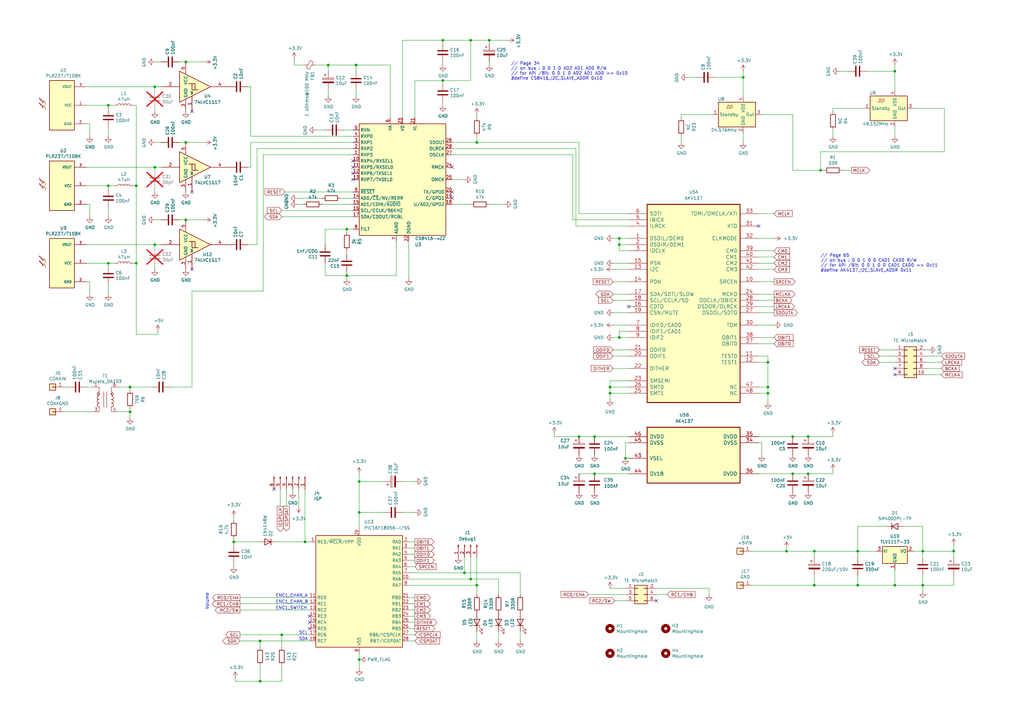
<source format=kicad_sch>
(kicad_sch (version 20231120) (generator "eeschema") (generator_version "8.0")
  (paper "A3")
  (title_block (title "SPDIF Receiver / ASRC") (date "2024-04-10") (rev "V2"))
  (junction (at 351.79 240.03))
  (junction (at 331.47 194.31))
  (junction (at 378.46 240.03))
  (junction (at 250.19 161.29))
  (junction (at 334.01 226.06))
  (junction (at 125.095 222.25))
  (junction (at 190.5 234.95))
  (junction (at 314.96 161.29))
  (junction (at 76.2 25.4))
  (junction (at 314.96 148.59))
  (junction (at 243.84 179.07))
  (junction (at 115.57 260.35))
  (junction (at 200.66 16.51))
  (junction (at 106.68 262.89))
  (junction (at 106.68 279.4))
  (junction (at 76.2 90.17))
  (junction (at 76.2 58.42))
  (junction (at 314.96 158.75))
  (junction (at 254 138.43))
  (junction (at 134.62 26.67))
  (junction (at 254 97.79))
  (junction (at 63.5 100.33))
  (junction (at 250.19 158.75))
  (junction (at 55.88 76.2))
  (junction (at 53.34 158.75))
  (junction (at 391.16 226.06))
  (junction (at 44.45 43.18))
  (junction (at 254 100.33))
  (junction (at 55.88 107.95))
  (junction (at 334.01 240.03))
  (junction (at 44.45 76.2))
  (junction (at 351.79 226.06))
  (junction (at 195.58 240.03))
  (junction (at 181.61 33.02))
  (junction (at 146.05 26.67))
  (junction (at 325.12 194.31))
  (junction (at 193.04 237.49))
  (junction (at 237.49 179.07))
  (junction (at 378.46 226.06))
  (junction (at 53.34 168.91))
  (junction (at 325.12 179.07))
  (junction (at 63.5 68.58))
  (junction (at 331.47 179.07))
  (junction (at 195.58 58.42))
  (junction (at 147.32 210.185))
  (junction (at 63.5 35.56))
  (junction (at 367.03 29.21))
  (junction (at 322.58 226.06))
  (junction (at 304.8 31.75))
  (junction (at 95.885 222.25))
  (junction (at 181.61 16.51))
  (junction (at 147.32 270.51))
  (junction (at 147.32 197.485))
  (junction (at 44.45 107.95))
  (junction (at 142.24 113.03))
  (junction (at 142.24 93.98))
  (junction (at 193.04 16.51))
  (junction (at 336.55 69.85))
  (junction (at 243.84 194.31))
  (junction (at 256.54 187.96))
  (junction (at 367.03 240.03))
  (no_connect (at 144.78 68.58))
  (no_connect (at 144.78 73.66))
  (no_connect (at 185.42 68.58))
  (no_connect (at 144.78 71.12))
  (no_connect (at 367.03 151.13))
  (no_connect (at 78.74 45.72))
  (no_connect (at 311.15 92.71))
  (no_connect (at 367.03 153.67))
  (no_connect (at 257.81 125.73))
  (no_connect (at 78.74 78.74))
  (no_connect (at 78.74 110.49))
  (no_connect (at 185.42 78.74))
  (no_connect (at 127 255.27))
  (no_connect (at 127 252.73))
  (no_connect (at 185.42 81.28))
  (no_connect (at 127 257.81))
  (no_connect (at 269.24 246.38))
  (no_connect (at 144.78 66.04))
  (no_connect (at 112.395 200.66))
  (wire (pts (xy 73.66 90.17) (xy 76.2 90.17)))
  (wire (pts (xy 181.61 33.02) (xy 193.04 33.02)))
  (wire (pts (xy 125.095 200.66) (xy 125.095 222.25)))
  (wire (pts (xy 63.5 100.33) (xy 35.56 100.33)))
  (wire (pts (xy 322.58 226.06) (xy 334.01 226.06)))
  (wire (pts (xy 234.95 63.5) (xy 185.42 63.5)))
  (wire (pts (xy 54.61 43.18) (xy 55.88 43.18)))
  (wire (pts (xy 115.57 86.36) (xy 144.78 86.36)))
  (wire (pts (xy 334.01 226.06) (xy 351.79 226.06)))
  (wire (pts (xy 125.095 222.25) (xy 127 222.25)))
  (wire (pts (xy 142.24 111.76) (xy 142.24 113.03)))
  (wire (pts (xy 378.46 228.6) (xy 378.46 226.06)))
  (wire (pts (xy 311.15 138.43) (xy 317.5 138.43)))
  (wire (pts (xy 250.19 161.29) (xy 250.19 158.75)))
  (wire (pts (xy 113.665 222.25) (xy 125.095 222.25)))
  (wire (pts (xy 98.425 260.35) (xy 115.57 260.35)))
  (wire (pts (xy 257.81 102.87) (xy 254 102.87)))
  (wire (pts (xy 101.6 100.33) (xy 105.41 100.33)))
  (wire (pts (xy 35.56 35.56) (xy 63.5 35.56)))
  (wire (pts (xy 193.04 33.02) (xy 193.04 16.51)))
  (wire (pts (xy 237.49 58.42) (xy 237.49 87.63)))
  (wire (pts (xy 251.46 123.19) (xy 257.81 123.19)))
  (wire (pts (xy 331.47 194.31) (xy 341.63 194.31)))
  (wire (pts (xy 115.57 88.9) (xy 144.78 88.9)))
  (wire (pts (xy 250.19 158.75) (xy 257.81 158.75)))
  (wire (pts (xy 48.26 158.75) (xy 53.34 158.75)))
  (wire (pts (xy 351.79 240.03) (xy 334.01 240.03)))
  (wire (pts (xy 106.045 222.25) (xy 95.885 222.25)))
  (wire (pts (xy 257.81 135.89) (xy 254 135.89)))
  (wire (pts (xy 165.1 197.485) (xy 170.18 197.485)))
  (wire (pts (xy 167.64 224.79) (xy 170.18 224.79)))
  (wire (pts (xy 314.96 146.05) (xy 314.96 148.59)))
  (wire (pts (xy 314.96 161.29) (xy 311.15 161.29)))
  (wire (pts (xy 391.16 240.03) (xy 391.16 236.22)))
  (wire (pts (xy 167.64 232.41) (xy 170.18 232.41)))
  (wire (pts (xy 251.46 97.79) (xy 254 97.79)))
  (wire (pts (xy 121.92 83.82) (xy 124.46 83.82)))
  (wire (pts (xy 63.5 110.49) (xy 63.5 109.22)))
  (wire (pts (xy 314.96 158.75) (xy 314.96 161.29)))
  (wire (pts (xy 251.46 107.95) (xy 257.81 107.95)))
  (wire (pts (xy 195.58 55.88) (xy 195.58 58.42)))
  (wire (pts (xy 95.885 232.41) (xy 95.885 231.14)))
  (wire (pts (xy 312.42 46.99) (xy 325.12 46.99)))
  (wire (pts (xy 87.63 -21.59) (xy 87.63 -8.89)))
  (wire (pts (xy 257.81 143.51) (xy 251.46 143.51)))
  (wire (pts (xy 243.84 179.07) (xy 257.81 179.07)))
  (wire (pts (xy 237.49 179.07) (xy 243.84 179.07)))
  (wire (pts (xy 254 135.89) (xy 254 138.43)))
  (wire (pts (xy 101.6 68.58) (xy 102.87 68.58)))
  (wire (pts (xy 167.64 257.81) (xy 170.18 257.81)))
  (wire (pts (xy 142.24 113.03) (xy 133.35 113.03)))
  (wire (pts (xy 55.88 137.16) (xy 64.77 137.16)))
  (wire (pts (xy 55.88 107.95) (xy 55.88 76.2)))
  (wire (pts (xy 63.5 35.56) (xy 66.04 35.56)))
  (wire (pts (xy 341.63 177.8) (xy 341.63 179.07)))
  (wire (pts (xy 311.15 146.05) (xy 314.96 146.05)))
  (wire (pts (xy 105.41 60.96) (xy 144.78 60.96)))
  (wire (pts (xy 208.28 16.51) (xy 200.66 16.51)))
  (wire (pts (xy 98.425 245.11) (xy 127 245.11)))
  (wire (pts (xy 95.885 213.36) (xy 95.885 212.09)))
  (wire (pts (xy 354.33 44.45) (xy 341.63 44.45)))
  (wire (pts (xy 334.01 240.03) (xy 334.01 236.22)))
  (wire (pts (xy 76.2 25.4) (xy 83.82 25.4)))
  (wire (pts (xy 304.8 31.75) (xy 293.37 31.75)))
  (wire (pts (xy 36.83 50.8) (xy 35.56 50.8)))
  (wire (pts (xy 35.56 107.95) (xy 44.45 107.95)))
  (wire (pts (xy 200.66 26.67) (xy 200.66 25.4)))
  (wire (pts (xy 105.41 100.33) (xy 105.41 60.96)))
  (wire (pts (xy 227.33 179.07) (xy 237.49 179.07)))
  (wire (pts (xy 251.46 120.65) (xy 257.81 120.65)))
  (wire (pts (xy 55.88 107.95) (xy 54.61 107.95)))
  (wire (pts (xy 106.68 262.89) (xy 106.68 265.43)))
  (wire (pts (xy 96.52 279.4) (xy 106.68 279.4)))
  (wire (pts (xy 147.32 197.485) (xy 157.48 197.485)))
  (wire (pts (xy 107.95 119.38) (xy 107.95 63.5)))
  (wire (pts (xy 63.5 25.4) (xy 66.04 25.4)))
  (wire (pts (xy 96.52 278.13) (xy 96.52 279.4)))
  (wire (pts (xy 115.57 260.35) (xy 115.57 265.43)))
  (wire (pts (xy 204.47 237.49) (xy 204.47 243.84)))
  (wire (pts (xy 251.46 138.43) (xy 254 138.43)))
  (wire (pts (xy 367.03 29.21) (xy 367.03 36.83)))
  (wire (pts (xy 142.24 93.98) (xy 133.35 93.98)))
  (wire (pts (xy 167.64 247.65) (xy 170.18 247.65)))
  (wire (pts (xy 195.58 228.6) (xy 195.58 240.03)))
  (wire (pts (xy 122.555 200.66) (xy 122.555 207.645)))
  (wire (pts (xy 146.05 39.37) (xy 146.05 36.83)))
  (wire (pts (xy 325.12 179.07) (xy 331.47 179.07)))
  (wire (pts (xy 311.15 125.73) (xy 317.5 125.73)))
  (wire (pts (xy 379.73 143.51) (xy 381 143.51)))
  (wire (pts (xy 146.05 26.67) (xy 134.62 26.67)))
  (wire (pts (xy 204.47 259.08) (xy 204.47 262.89)))
  (wire (pts (xy 160.02 26.67) (xy 146.05 26.67)))
  (wire (pts (xy 304.8 31.75) (xy 304.8 29.21)))
  (wire (pts (xy 120.015 200.66) (xy 120.015 201.93)))
  (wire (pts (xy 167.64 114.3) (xy 167.64 99.06)))
  (wire (pts (xy 279.4 46.99) (xy 279.4 48.26)))
  (wire (pts (xy 144.78 83.82) (xy 132.08 83.82)))
  (wire (pts (xy 311.15 87.63) (xy 317.5 87.63)))
  (wire (pts (xy 133.35 53.34) (xy 129.54 53.34)))
  (wire (pts (xy 367.03 240.03) (xy 351.79 240.03)))
  (wire (pts (xy 36.83 115.57) (xy 35.56 115.57)))
  (wire (pts (xy 250.19 163.83) (xy 250.19 161.29)))
  (wire (pts (xy 391.16 228.6) (xy 391.16 226.06)))
  (wire (pts (xy 35.56 43.18) (xy 44.45 43.18)))
  (wire (pts (xy 64.77 137.16) (xy 64.77 135.89)))
  (wire (pts (xy 254 97.79) (xy 257.81 97.79)))
  (wire (pts (xy 181.61 17.78) (xy 181.61 16.51)))
  (wire (pts (xy 167.64 245.11) (xy 170.18 245.11)))
  (wire (pts (xy 46.99 76.2) (xy 44.45 76.2)))
  (wire (pts (xy 367.03 29.21) (xy 355.6 29.21)))
  (wire (pts (xy 147.32 210.185) (xy 147.32 217.17)))
  (wire (pts (xy 63.5 58.42) (xy 66.04 58.42)))
  (wire (pts (xy 257.81 100.33) (xy 254 100.33)))
  (wire (pts (xy 190.5 73.66) (xy 185.42 73.66)))
  (wire (pts (xy 257.81 146.05) (xy 251.46 146.05)))
  (wire (pts (xy 367.03 240.03) (xy 367.03 233.68)))
  (wire (pts (xy 367.03 29.21) (xy 367.03 26.67)))
  (wire (pts (xy 44.45 55.88) (xy 44.45 52.07)))
  (wire (pts (xy 311.15 102.87) (xy 317.5 102.87)))
  (wire (pts (xy 334.01 226.06) (xy 334.01 228.6)))
  (wire (pts (xy 314.96 165.1) (xy 314.96 161.29)))
  (wire (pts (xy 167.64 240.03) (xy 195.58 240.03)))
  (wire (pts (xy 311.15 148.59) (xy 314.96 148.59)))
  (wire (pts (xy 252.095 246.38) (xy 256.54 246.38)))
  (wire (pts (xy 193.04 237.49) (xy 204.47 237.49)))
  (wire (pts (xy 251.46 110.49) (xy 257.81 110.49)))
  (wire (pts (xy 367.03 148.59) (xy 360.68 148.59)))
  (wire (pts (xy 336.55 62.23) (xy 336.55 69.85)))
  (wire (pts (xy 311.15 110.49) (xy 317.5 110.49)))
  (wire (pts (xy 53.34 171.45) (xy 53.34 168.91)))
  (wire (pts (xy 185.42 83.82) (xy 193.04 83.82)))
  (wire (pts (xy 142.24 104.14) (xy 142.24 102.87)))
  (wire (pts (xy 95.885 222.25) (xy 95.885 220.98)))
  (wire (pts (xy 107.95 63.5) (xy 144.78 63.5)))
  (wire (pts (xy 325.12 194.31) (xy 331.47 194.31)))
  (wire (pts (xy 102.87 58.42) (xy 144.78 58.42)))
  (wire (pts (xy 48.26 168.91) (xy 53.34 168.91)))
  (wire (pts (xy 304.8 31.75) (xy 304.8 39.37)))
  (wire (pts (xy 378.46 226.06) (xy 374.65 226.06)))
  (wire (pts (xy 378.46 236.22) (xy 378.46 240.03)))
  (wire (pts (xy 26.67 168.91) (xy 38.1 168.91)))
  (wire (pts (xy 311.15 123.19) (xy 317.5 123.19)))
  (wire (pts (xy 162.56 113.03) (xy 162.56 99.06)))
  (wire (pts (xy 378.46 215.9) (xy 370.84 215.9)))
  (wire (pts (xy 167.64 255.27) (xy 170.18 255.27)))
  (wire (pts (xy 95.885 223.52) (xy 95.885 222.25)))
  (wire (pts (xy 167.64 252.73) (xy 170.18 252.73)))
  (wire (pts (xy 147.32 197.485) (xy 147.32 210.185)))
  (wire (pts (xy 250.19 158.75) (xy 250.19 156.21)))
  (wire (pts (xy 237.49 87.63) (xy 257.81 87.63)))
  (wire (pts (xy 167.64 229.87) (xy 170.18 229.87)))
  (wire (pts (xy 55.88 76.2) (xy 54.61 76.2)))
  (wire (pts (xy 147.32 194.31) (xy 147.32 197.485)))
  (wire (pts (xy 121.92 81.28) (xy 132.08 81.28)))
  (wire (pts (xy 292.1 46.99) (xy 279.4 46.99)))
  (wire (pts (xy 386.08 151.13) (xy 379.73 151.13)))
  (wire (pts (xy 227.33 177.8) (xy 227.33 179.07)))
  (wire (pts (xy 146.05 29.21) (xy 146.05 26.67)))
  (wire (pts (xy 325.12 46.99) (xy 325.12 69.85)))
  (wire (pts (xy 322.58 224.79) (xy 322.58 226.06)))
  (wire (pts (xy 251.46 128.27) (xy 257.81 128.27)))
  (wire (pts (xy 308.61 240.03) (xy 334.01 240.03)))
  (wire (pts (xy 195.58 259.08) (xy 195.58 262.89)))
  (wire (pts (xy 367.03 146.05) (xy 360.68 146.05)))
  (wire (pts (xy 35.56 68.58) (xy 63.5 68.58)))
  (wire (pts (xy 367.03 143.51) (xy 360.68 143.51)))
  (wire (pts (xy 55.88 107.95) (xy 55.88 137.16)))
  (wire (pts (xy 391.16 223.52) (xy 391.16 226.06)))
  (wire (pts (xy 290.83 241.3) (xy 290.83 243.84)))
  (wire (pts (xy 257.81 181.61) (xy 256.54 181.61)))
  (wire (pts (xy 250.19 156.21) (xy 257.81 156.21)))
  (wire (pts (xy 76.2 58.42) (xy 83.82 58.42)))
  (wire (pts (xy 46.99 107.95) (xy 44.45 107.95)))
  (wire (pts (xy 167.64 222.25) (xy 170.18 222.25)))
  (wire (pts (xy 195.58 58.42) (xy 185.42 58.42)))
  (wire (pts (xy 53.34 160.02) (xy 53.34 158.75)))
  (wire (pts (xy 195.58 48.26) (xy 195.58 46.99)))
  (wire (pts (xy 213.36 259.08) (xy 213.36 262.89)))
  (wire (pts (xy 160.02 48.26) (xy 160.02 26.67)))
  (wire (pts (xy 311.15 179.07) (xy 325.12 179.07)))
  (wire (pts (xy 311.15 105.41) (xy 317.5 105.41)))
  (wire (pts (xy 46.99 43.18) (xy 44.45 43.18)))
  (wire (pts (xy 367.03 55.88) (xy 367.03 52.07)))
  (wire (pts (xy 378.46 240.03) (xy 391.16 240.03)))
  (wire (pts (xy 53.34 168.91) (xy 53.34 167.64)))
  (wire (pts (xy 144.78 78.74) (xy 116.84 78.74)))
  (wire (pts (xy 117.475 200.66) (xy 117.475 207.645)))
  (wire (pts (xy 378.46 226.06) (xy 378.46 215.9)))
  (wire (pts (xy 243.84 194.31) (xy 257.81 194.31)))
  (wire (pts (xy 251.46 115.57) (xy 257.81 115.57)))
  (wire (pts (xy 341.63 193.04) (xy 341.63 194.31)))
  (wire (pts (xy 35.56 76.2) (xy 44.45 76.2)))
  (wire (pts (xy 167.64 237.49) (xy 193.04 237.49)))
  (wire (pts (xy 36.83 55.88) (xy 36.83 50.8)))
  (wire (pts (xy 193.04 16.51) (xy 200.66 16.51)))
  (wire (pts (xy 147.32 270.51) (xy 147.32 267.97)))
  (wire (pts (xy 167.64 260.35) (xy 170.18 260.35)))
  (wire (pts (xy 69.85 158.75) (xy 78.74 158.75)))
  (wire (pts (xy 236.22 92.71) (xy 257.81 92.71)))
  (wire (pts (xy 190.5 234.95) (xy 213.36 234.95)))
  (wire (pts (xy 134.62 26.67) (xy 129.54 26.67)))
  (wire (pts (xy 234.95 90.17) (xy 257.81 90.17)))
  (wire (pts (xy 331.47 179.07) (xy 341.63 179.07)))
  (wire (pts (xy 269.24 241.3) (xy 290.83 241.3)))
  (wire (pts (xy 213.36 234.95) (xy 213.36 243.84)))
  (wire (pts (xy 250.19 161.29) (xy 257.81 161.29)))
  (wire (pts (xy 63.5 100.33) (xy 66.04 100.33)))
  (wire (pts (xy 200.66 83.82) (xy 207.01 83.82)))
  (wire (pts (xy 311.15 194.31) (xy 325.12 194.31)))
  (wire (pts (xy 279.4 55.88) (xy 279.4 58.42)))
  (wire (pts (xy 167.64 250.19) (xy 170.18 250.19)))
  (wire (pts (xy 250.19 241.3) (xy 256.54 241.3)))
  (wire (pts (xy 53.34 158.75) (xy 62.23 158.75)))
  (wire (pts (xy 76.2 90.17) (xy 83.82 90.17)))
  (wire (pts (xy 345.44 69.85) (xy 349.25 69.85)))
  (wire (pts (xy 386.08 146.05) (xy 379.73 146.05)))
  (wire (pts (xy 167.64 227.33) (xy 170.18 227.33)))
  (wire (pts (xy 237.49 58.42) (xy 195.58 58.42)))
  (wire (pts (xy 254 138.43) (xy 257.81 138.43)))
  (wire (pts (xy 115.57 260.35) (xy 127 260.35)))
  (wire (pts (xy 106.68 273.05) (xy 106.68 279.4)))
  (wire (pts (xy 195.58 243.84) (xy 195.58 240.03)))
  (wire (pts (xy 142.24 95.25) (xy 142.24 93.98)))
  (wire (pts (xy 165.1 48.26) (xy 165.1 16.51)))
  (wire (pts (xy 363.22 215.9) (xy 351.79 215.9)))
  (wire (pts (xy 391.16 226.06) (xy 378.46 226.06)))
  (wire (pts (xy 165.1 16.51) (xy 181.61 16.51)))
  (wire (pts (xy 102.87 55.88) (xy 144.78 55.88)))
  (wire (pts (xy 73.66 58.42) (xy 76.2 58.42)))
  (wire (pts (xy 308.61 226.06) (xy 322.58 226.06)))
  (wire (pts (xy 387.35 44.45) (xy 387.35 62.23)))
  (wire (pts (xy 120.65 26.67) (xy 120.65 24.13)))
  (wire (pts (xy 165.1 210.185) (xy 170.18 210.185)))
  (wire (pts (xy 304.8 58.42) (xy 304.8 54.61)))
  (wire (pts (xy 386.08 148.59) (xy 379.73 148.59)))
  (wire (pts (xy 36.83 88.9) (xy 36.83 83.82)))
  (wire (pts (xy 36.83 120.65) (xy 36.83 115.57)))
  (wire (pts (xy 254 102.87) (xy 254 100.33)))
  (wire (pts (xy 311.15 128.27) (xy 317.5 128.27)))
  (wire (pts (xy 251.46 133.35) (xy 257.81 133.35)))
  (wire (pts (xy 181.61 34.29) (xy 181.61 33.02)))
  (wire (pts (xy 78.74 119.38) (xy 107.95 119.38)))
  (wire (pts (xy 124.46 26.67) (xy 120.65 26.67)))
  (wire (pts (xy 27.94 158.75) (xy 26.67 158.75)))
  (wire (pts (xy 181.61 43.18) (xy 181.61 41.91)))
  (wire (pts (xy 98.425 250.19) (xy 127 250.19)))
  (wire (pts (xy 336.55 69.85) (xy 337.82 69.85)))
  (wire (pts (xy 386.08 153.67) (xy 379.73 153.67)))
  (wire (pts (xy 325.12 69.85) (xy 336.55 69.85)))
  (wire (pts (xy 170.18 48.26) (xy 170.18 33.02)))
  (wire (pts (xy 237.49 194.31) (xy 243.84 194.31)))
  (wire (pts (xy 44.45 77.47) (xy 44.45 76.2)))
  (wire (pts (xy 133.35 113.03) (xy 133.35 107.95)))
  (wire (pts (xy 133.35 93.98) (xy 133.35 100.33)))
  (wire (pts (xy 312.42 181.61) (xy 312.42 186.69)))
  (wire (pts (xy 311.15 181.61) (xy 312.42 181.61)))
  (wire (pts (xy 351.79 228.6) (xy 351.79 226.06)))
  (wire (pts (xy 311.15 120.65) (xy 317.5 120.65)))
  (wire (pts (xy 251.46 151.13) (xy 257.81 151.13)))
  (wire (pts (xy 63.5 68.58) (xy 66.04 68.58)))
  (wire (pts (xy 236.22 60.96) (xy 185.42 60.96)))
  (wire (pts (xy 281.94 31.75) (xy 285.75 31.75)))
  (wire (pts (xy 351.79 240.03) (xy 351.79 236.22)))
  (wire (pts (xy 44.45 109.22) (xy 44.45 107.95)))
  (wire (pts (xy 200.66 16.51) (xy 200.66 17.78)))
  (wire (pts (xy 190.5 228.6) (xy 190.5 234.95)))
  (wire (pts (xy 351.79 226.06) (xy 359.41 226.06)))
  (wire (pts (xy 254 100.33) (xy 254 97.79)))
  (wire (pts (xy 63.5 36.83) (xy 63.5 35.56)))
  (wire (pts (xy 35.56 158.75) (xy 38.1 158.75)))
  (wire (pts (xy 314.96 148.59) (xy 314.96 158.75)))
  (wire (pts (xy 98.425 247.65) (xy 127 247.65)))
  (wire (pts (xy 73.66 25.4) (xy 76.2 25.4)))
  (wire (pts (xy 378.46 242.57) (xy 378.46 240.03)))
  (wire (pts (xy 256.54 181.61) (xy 256.54 187.96)))
  (wire (pts (xy 55.88 76.2) (xy 55.88 43.18)))
  (wire (pts (xy 115.57 279.4) (xy 115.57 273.05)))
  (wire (pts (xy 63.5 69.85) (xy 63.5 68.58)))
  (wire (pts (xy 63.5 78.74) (xy 63.5 77.47)))
  (wire (pts (xy 106.68 262.89) (xy 127 262.89)))
  (wire (pts (xy 387.35 62.23) (xy 336.55 62.23)))
  (wire (pts (xy 167.64 234.95) (xy 190.5 234.95)))
  (wire (pts (xy 351.79 215.9) (xy 351.79 226.06)))
  (wire (pts (xy 36.83 83.82) (xy 35.56 83.82)))
  (wire (pts (xy 181.61 26.67) (xy 181.61 25.4)))
  (wire (pts (xy 311.15 140.97) (xy 317.5 140.97)))
  (wire (pts (xy 147.32 274.32) (xy 147.32 270.51)))
  (wire (pts (xy 44.45 88.9) (xy 44.45 85.09)))
  (wire (pts (xy 63.5 90.17) (xy 66.04 90.17)))
  (wire (pts (xy 311.15 158.75) (xy 314.96 158.75)))
  (wire (pts (xy 144.78 53.34) (xy 140.97 53.34)))
  (wire (pts (xy 106.68 279.4) (xy 115.57 279.4)))
  (wire (pts (xy 241.3 243.84) (xy 256.54 243.84)))
  (wire (pts (xy 170.18 33.02) (xy 181.61 33.02)))
  (wire (pts (xy 134.62 29.21) (xy 134.62 26.67)))
  (wire (pts (xy 193.04 228.6) (xy 193.04 237.49)))
  (wire (pts (xy 101.6 35.56) (xy 102.87 35.56)))
  (wire (pts (xy 378.46 240.03) (xy 367.03 240.03)))
  (wire (pts (xy 311.15 107.95) (xy 317.5 107.95)))
  (wire (pts (xy 311.15 115.57) (xy 317.5 115.57)))
  (wire (pts (xy 157.48 210.185) (xy 147.32 210.185)))
  (wire (pts (xy 167.64 262.89) (xy 170.18 262.89)))
  (wire (pts (xy 44.45 44.45) (xy 44.45 43.18)))
  (wire (pts (xy 78.74 119.38) (xy 78.74 158.75)))
  (wire (pts (xy 374.65 44.45) (xy 387.35 44.45)))
  (wire (pts (xy 236.22 60.96) (xy 236.22 92.71)))
  (wire (pts (xy 102.87 55.88) (xy 102.87 35.56)))
  (wire (pts (xy 269.24 243.84) (xy 273.685 243.84)))
  (wire (pts (xy 142.24 113.03) (xy 162.56 113.03)))
  (wire (pts (xy 63.5 45.72) (xy 63.5 44.45)))
  (wire (pts (xy 341.63 44.45) (xy 341.63 45.72)))
  (wire (pts (xy 144.78 93.98) (xy 142.24 93.98)))
  (wire (pts (xy 181.61 16.51) (xy 193.04 16.51)))
  (wire (pts (xy 114.935 200.66) (xy 114.935 207.645)))
  (wire (pts (xy 144.78 81.28) (xy 139.7 81.28)))
  (wire (pts (xy 344.17 29.21) (xy 347.98 29.21)))
  (wire (pts (xy 341.63 53.34) (xy 341.63 55.88)))
  (wire (pts (xy 311.15 97.79) (xy 317.5 97.79)))
  (wire (pts (xy 102.87 68.58) (xy 102.87 58.42)))
  (wire (pts (xy 98.425 262.89) (xy 106.68 262.89)))
  (wire (pts (xy 311.15 133.35) (xy 317.5 133.35)))
  (wire (pts (xy 142.24 114.3) (xy 142.24 113.03)))
  (wire (pts (xy 44.45 120.65) (xy 44.45 116.84)))
  (wire (pts (xy 234.95 63.5) (xy 234.95 90.17)))
  (wire (pts (xy 63.5 101.6) (xy 63.5 100.33)))
  (wire (pts (xy 134.62 39.37) (xy 134.62 36.83)))
  (wire (pts (xy 256.54 187.96) (xy 257.81 187.96)))
  (text "// Page 65\n// on bus : 0 0 1 0 0 CAD1 CAD0 R/W\n// for API /Bit: 0 0 1 0 0 CAD1 CAD0 => 0x11\n#define AK4137_I2C_SLAVE_ADDR 0x11\n" (at 336.55 111.76 0) (effects (font (size 1.27 1.27)) (justify left bottom)))
  (text "ENC1_CHAN_A" (at 113.03 245.11 0) (effects (font (size 1.27 1.27)) (justify left bottom)))
  (text "SDA" (at 122.555 262.89 0) (effects (font (size 1.27 1.27)) (justify left bottom)))
  (text "// Page 34 \n// on bus : 0 0 1 0 AD2 AD1 AD0 R/W\n// for API /Bit: 0 0 1 0 AD2 AD1 AD0 => 0x10\n#define CS8416_I2C_SLAVE_ADDR 0x10" (at 209.55 33.02 0) (effects (font (size 1.27 1.27)) (justify left bottom)))
  (text "Volume" (at 85.725 250.19 90) (effects (font (size 1.27 1.27)) (justify left bottom)))
  (text "SCL" (at 122.555 260.35 0) (effects (font (size 1.27 1.27)) (justify left bottom)))
  (text "ENC1_SWITCH" (at 113.03 250.19 0) (effects (font (size 1.27 1.27)) (justify left bottom)))
  (text "ENC1_CHAN_B" (at 113.03 247.65 0) (effects (font (size 1.27 1.27)) (justify left bottom)))
  (global_label "BCKA" (shape output) (at 317.5 123.19 0) (property "Intersheetrefs" "${INTERSHEET_REFS}" (effects (hide yes))))
  (global_label "OBIT1" (shape output) (at 170.18 224.79 0) (property "Intersheetrefs" "${INTERSHEET_REFS}" (effects (hide yes))))
  (global_label "ODIF1" (shape input) (at 251.46 146.05 180) (property "Intersheetrefs" "${INTERSHEET_REFS}" (effects (hide yes))))
  (global_label "MCLK" (shape output) (at 349.25 69.85 0) (property "Intersheetrefs" "${INTERSHEET_REFS}" (effects (hide yes))))
  (global_label "CM3" (shape input) (at 317.5 110.49 0) (property "Intersheetrefs" "${INTERSHEET_REFS}" (effects (hide yes))))
  (global_label "ICSPDAT" (shape output) (at 117.475 207.645 270) (property "Intersheetrefs" "${INTERSHEET_REFS}" (effects (hide yes))))
  (global_label "OBIT0" (shape output) (at 170.18 222.25 0) (property "Intersheetrefs" "${INTERSHEET_REFS}" (effects (hide yes))))
  (global_label "SDOUTA" (shape output) (at 317.5 128.27 0) (property "Intersheetrefs" "${INTERSHEET_REFS}" (effects (hide yes))))
  (global_label "SDA" (shape bidirectional) (at 360.68 148.59 180) (property "Intersheetrefs" "${INTERSHEET_REFS}" (effects (hide yes))))
  (global_label "MCLKA" (shape output) (at 317.5 120.65 0) (property "Intersheetrefs" "${INTERSHEET_REFS}" (effects (hide yes))))
  (global_label "ICSPCLK" (shape input) (at 170.18 260.35 0) (property "Intersheetrefs" "${INTERSHEET_REFS}" (effects (hide yes))))
  (global_label "CM2" (shape input) (at 317.5 107.95 0) (property "Intersheetrefs" "${INTERSHEET_REFS}" (effects (hide yes))))
  (global_label "LRCKA" (shape input) (at 386.08 148.59 0) (property "Intersheetrefs" "${INTERSHEET_REFS}" (effects (hide yes))))
  (global_label "RC2{slash}SW" (shape output) (at 98.425 250.19 180) (property "Intersheetrefs" "${INTERSHEET_REFS}" (effects (hide yes))))
  (global_label "RESET" (shape output) (at 170.18 257.81 0) (property "Intersheetrefs" "${INTERSHEET_REFS}" (effects (hide yes))))
  (global_label "RC1{slash}CHB" (shape output) (at 98.425 247.65 180) (property "Intersheetrefs" "${INTERSHEET_REFS}" (effects (hide yes))))
  (global_label "ODIF0" (shape output) (at 170.18 227.33 0) (property "Intersheetrefs" "${INTERSHEET_REFS}" (effects (hide yes))))
  (global_label "RC0{slash}CHA" (shape input) (at 241.3 243.84 180) (property "Intersheetrefs" "${INTERSHEET_REFS}" (effects (hide yes))))
  (global_label "SDA" (shape bidirectional) (at 251.46 120.65 180) (property "Intersheetrefs" "${INTERSHEET_REFS}" (effects (hide yes))))
  (global_label "SCL" (shape input) (at 360.68 146.05 180) (property "Intersheetrefs" "${INTERSHEET_REFS}" (effects (hide yes))))
  (global_label "CM0" (shape output) (at 170.18 245.11 0) (property "Intersheetrefs" "${INTERSHEET_REFS}" (effects (hide yes))))
  (global_label "DITHER" (shape output) (at 170.18 255.27 0) (property "Intersheetrefs" "${INTERSHEET_REFS}" (effects (hide yes))))
  (global_label "CM1" (shape input) (at 317.5 105.41 0) (property "Intersheetrefs" "${INTERSHEET_REFS}" (effects (hide yes))))
  (global_label "RESET" (shape input) (at 360.68 143.51 180) (property "Intersheetrefs" "${INTERSHEET_REFS}" (effects (hide yes))))
  (global_label "LRCKA" (shape output) (at 317.5 125.73 0) (property "Intersheetrefs" "${INTERSHEET_REFS}" (effects (hide yes))))
  (global_label "MCLK" (shape input) (at 317.5 87.63 0) (property "Intersheetrefs" "${INTERSHEET_REFS}" (effects (hide yes))))
  (global_label "ODIF1" (shape output) (at 170.18 229.87 0) (property "Intersheetrefs" "${INTERSHEET_REFS}" (effects (hide yes))))
  (global_label "SCL" (shape input) (at 115.57 86.36 180) (property "Intersheetrefs" "${INTERSHEET_REFS}" (effects (hide yes))))
  (global_label "SCL" (shape input) (at 251.46 123.19 180) (property "Intersheetrefs" "${INTERSHEET_REFS}" (effects (hide yes))))
  (global_label "RESET" (shape input) (at 251.46 115.57 180) (property "Intersheetrefs" "${INTERSHEET_REFS}" (effects (hide yes))))
  (global_label "CM3" (shape output) (at 170.18 252.73 0) (property "Intersheetrefs" "${INTERSHEET_REFS}" (effects (hide yes))))
  (global_label "RC0{slash}CHA" (shape output) (at 98.425 245.11 180) (property "Intersheetrefs" "${INTERSHEET_REFS}" (effects (hide yes))))
  (global_label "ICSPDAT" (shape input) (at 170.18 262.89 0) (property "Intersheetrefs" "${INTERSHEET_REFS}" (effects (hide yes))))
  (global_label "SDA" (shape bidirectional) (at 98.425 262.89 180) (property "Intersheetrefs" "${INTERSHEET_REFS}" (effects (hide yes))))
  (global_label "RESET" (shape input) (at 116.84 78.74 180) (property "Intersheetrefs" "${INTERSHEET_REFS}" (effects (hide yes))))
  (global_label "SRCEN" (shape output) (at 317.5 115.57 0) (property "Intersheetrefs" "${INTERSHEET_REFS}" (effects (hide yes))))
  (global_label "BCKA" (shape input) (at 386.08 151.13 0) (property "Intersheetrefs" "${INTERSHEET_REFS}" (effects (hide yes))))
  (global_label "CM0" (shape input) (at 317.5 102.87 0) (property "Intersheetrefs" "${INTERSHEET_REFS}" (effects (hide yes))))
  (global_label "CM1" (shape output) (at 170.18 247.65 0) (property "Intersheetrefs" "${INTERSHEET_REFS}" (effects (hide yes))))
  (global_label "MCLKA" (shape input) (at 386.08 153.67 0) (property "Intersheetrefs" "${INTERSHEET_REFS}" (effects (hide yes))))
  (global_label "OBIT1" (shape input) (at 317.5 138.43 0) (property "Intersheetrefs" "${INTERSHEET_REFS}" (effects (hide yes))))
  (global_label "OBIT0" (shape input) (at 317.5 140.97 0) (property "Intersheetrefs" "${INTERSHEET_REFS}" (effects (hide yes))))
  (global_label "RC1{slash}CHB" (shape input) (at 273.685 243.84 0) (property "Intersheetrefs" "${INTERSHEET_REFS}" (effects (hide yes))))
  (global_label "ODIF0" (shape input) (at 251.46 143.51 180) (property "Intersheetrefs" "${INTERSHEET_REFS}" (effects (hide yes))))
  (global_label "SDA" (shape bidirectional) (at 115.57 88.9 180) (property "Intersheetrefs" "${INTERSHEET_REFS}" (effects (hide yes))))
  (global_label "RC2{slash}SW" (shape input) (at 252.095 246.38 180) (property "Intersheetrefs" "${INTERSHEET_REFS}" (effects (hide yes))))
  (global_label "SRCEN" (shape input) (at 170.18 232.41 0) (property "Intersheetrefs" "${INTERSHEET_REFS}" (effects (hide yes))))
  (global_label "SCL" (shape output) (at 98.425 260.35 180) (property "Intersheetrefs" "${INTERSHEET_REFS}" (effects (hide yes))))
  (global_label "ICSPCLK" (shape output) (at 114.935 207.645 270) (property "Intersheetrefs" "${INTERSHEET_REFS}" (effects (hide yes))))
  (global_label "CM2" (shape output) (at 170.18 250.19 0) (property "Intersheetrefs" "${INTERSHEET_REFS}" (effects (hide yes))))
  (global_label "DITHER" (shape input) (at 251.46 151.13 180) (property "Intersheetrefs" "${INTERSHEET_REFS}" (effects (hide yes))))
  (global_label "SDOUTA" (shape input) (at 386.08 146.05 0) (property "Intersheetrefs" "${INTERSHEET_REFS}" (effects (hide yes))))
  (symbol (lib_id "kicad-snk:PLR135-T10") (at 25.4 43.18 0) (mirror y) (unit 1)
    (property "Reference" "U1" (at 26.0096 28.7782 0))
    (property "Value" "PLR237/T10BK" (at 26.0096 31.0896 0))
    (property "Footprint" "PLR135-T10_PLT133-T10W" (effects (hide yes)))
    (property "manf#" "PLR135/T10" (effects (hide yes)))
  )
  (symbol (lib_id "Device:C") (at 97.79 35.56 270) (unit 1)
    (property "Reference" "C2" (at 96.6216 32.639 0) (effects (justify right)))
    (property "Value" "10nF" (at 98.933 32.639 0) (effects (justify right)))
    (property "Footprint" "Capacitor_SMD:C_0603_1608Metric_Pad1.08x0.95mm_HandSolder" (effects (hide yes)))
    (property "manf#" "CL10B104KB8NNNL" (effects (hide yes)))
  )
  (symbol (lib_id "Mechanical:MountingHole") (at 250.19 257.81 0) (unit 1)
    (property "Reference" "H1" (at 252.73 256.6416 0) (effects (justify left)))
    (property "Value" "MountingHole" (at 252.73 258.953 0) (effects (justify left)))
    (property "Footprint" "MountingHole:MountingHole_3.2mm_M3_Pad_Via" (effects (hide yes)))
  )
  (symbol (lib_id "Mechanical:MountingHole") (at 273.05 257.81 0) (unit 1)
    (property "Reference" "H3" (at 275.59 256.6416 0) (effects (justify left)))
    (property "Value" "MountingHole" (at 275.59 258.953 0) (effects (justify left)))
    (property "Footprint" "MountingHole:MountingHole_3.2mm_M3_Pad_Via" (effects (hide yes)))
  )
  (symbol (lib_id "Mechanical:MountingHole") (at 250.19 267.97 0) (unit 1)
    (property "Reference" "H2" (at 252.73 266.8016 0) (effects (justify left)))
    (property "Value" "MountingHole" (at 252.73 269.113 0) (effects (justify left)))
    (property "Footprint" "MountingHole:MountingHole_3.2mm_M3_Pad_Via" (effects (hide yes)))
  )
  (symbol (lib_id "Mechanical:MountingHole") (at 273.05 267.97 0) (unit 1)
    (property "Reference" "H4" (at 275.59 266.8016 0) (effects (justify left)))
    (property "Value" "MountingHole" (at 275.59 269.113 0) (effects (justify left)))
    (property "Footprint" "MountingHole:MountingHole_3.2mm_M3_Pad_Via" (effects (hide yes)))
  )
  (symbol (lib_id "Device:C") (at 44.45 48.26 180) (unit 1)
    (property "Reference" "C3" (at 47.371 47.0916 0) (effects (justify right)))
    (property "Value" "100nF" (at 47.371 49.403 0) (effects (justify right)))
    (property "Footprint" "Capacitor_SMD:C_0603_1608Metric_Pad1.08x0.95mm_HandSolder" (effects (hide yes)))
    (property "manf#" "CL10B104KB8NNNL" (effects (hide yes)))
  )
  (symbol (lib_id "power:GND") (at 36.83 55.88 0) (unit 1)
    (property "Reference" "#PWR0104" (effects (hide yes)))
    (property "Value" "GND" (at 36.957 60.2742 0))
  )
  (symbol (lib_id "power:GND") (at 44.45 55.88 0) (unit 1)
    (property "Reference" "#PWR0105" (effects (hide yes)))
    (property "Value" "GND" (at 44.577 60.2742 0))
  )
  (symbol (lib_id "kicad-snk:PLR135-T10") (at 25.4 76.2 0) (mirror y) (unit 1)
    (property "Reference" "U2" (at 26.0096 61.7982 0))
    (property "Value" "PLR237/T10BK" (at 26.0096 64.1096 0))
    (property "Footprint" "PLR135-T10_PLT133-T10W" (effects (hide yes)))
    (property "manf#" "PLR135/T10" (effects (hide yes)))
  )
  (symbol (lib_id "Device:C") (at 44.45 81.28 180) (unit 1)
    (property "Reference" "C4" (at 47.371 80.1116 0) (effects (justify right)))
    (property "Value" "100nF" (at 47.371 82.423 0) (effects (justify right)))
    (property "Footprint" "Capacitor_SMD:C_0603_1608Metric_Pad1.08x0.95mm_HandSolder" (effects (hide yes)))
    (property "manf#" "CL10B104KB8NNNL" (effects (hide yes)))
  )
  (symbol (lib_id "power:GND") (at 36.83 88.9 0) (unit 1)
    (property "Reference" "#PWR0107" (effects (hide yes)))
    (property "Value" "GND" (at 36.957 93.2942 0))
  )
  (symbol (lib_id "power:GND") (at 44.45 88.9 0) (unit 1)
    (property "Reference" "#PWR0108" (effects (hide yes)))
    (property "Value" "GND" (at 44.577 93.2942 0))
  )
  (symbol (lib_id "power:+3.3V") (at 304.8 29.21 0) (unit 1)
    (property "Reference" "#PWR0145" (effects (hide yes)))
    (property "Value" "+3.3V" (at 305.181 24.8158 0))
  )
  (symbol (lib_id "power:GND") (at 281.94 31.75 270) (unit 1)
    (property "Reference" "#PWR0155" (effects (hide yes)))
    (property "Value" "GND" (at 277.5458 31.877 0))
  )
  (symbol (lib_id "Device:C") (at 146.05 33.02 0) (unit 1)
    (property "Reference" "C14" (at 148.971 31.8516 0) (effects (justify left)))
    (property "Value" "100nF" (at 148.971 34.163 0) (effects (justify left)))
    (property "Footprint" "Capacitor_SMD:C_0603_1608Metric_Pad1.08x0.95mm_HandSolder" (effects (hide yes)))
    (property "manf#" "CL10B104KB8NNNL" (effects (hide yes)))
  )
  (symbol (lib_id "Device:CP") (at 134.62 33.02 0) (unit 1)
    (property "Reference" "C12" (at 137.6172 31.8516 0) (effects (justify left)))
    (property "Value" "10uF" (at 137.6172 34.163 0) (effects (justify left)))
    (property "Footprint" "Capacitor_Tantalum_SMD:CP_EIA-2012-12_Kemet-R_Pad1.30x1.05mm_HandSolder" (effects (hide yes)))
    (property "manf#" "TCJB106M025R0100" (effects (hide yes)))
  )
  (symbol (lib_id "Device:L") (at 50.8 43.18 90) (unit 1)
    (property "Reference" "L1" (at 50.8 38.354 90))
    (property "Value" "47uH" (at 50.8 40.6654 90))
    (property "Footprint" "Inductor_SMD:L_0805_2012Metric_Pad1.05x1.20mm_HandSolder" (effects (hide yes)))
    (property "manf#" "MLZ2012M470WT000" (effects (hide yes)))
  )
  (symbol (lib_id "Oscillator:ASDMB-xxxMHz") (at 302.26 46.99 0) (unit 1)
    (property "Reference" "U8" (at 297.18 40.64 0) (effects (justify right)))
    (property "Value" "24.576MHz" (at 302.26 53.34 0) (effects (justify right)))
    (property "Footprint" "Oscillator:Oscillator_SMD_EuroQuartz_XO32-4Pin_3.2x2.5mm_HandSoldering" (effects (hide yes)))
    (property "Datasheet" "https://abracon.com/Oscillators/ASDMB.pdf" (effects (hide yes)))
    (property "manf#" "EC2620TS-24.576M TR" (effects (hide yes)))
  )
  (symbol (lib_id "Regulator_Linear:TLV1117-33") (at 367.03 226.06 0) (unit 1)
    (property "Reference" "U10" (at 367.03 219.9132 0))
    (property "Value" "TLV1117-33" (at 367.03 222.2246 0))
    (property "Footprint" "Package_TO_SOT_SMD:SOT-223-3_TabPin2" (effects (hide yes)))
    (property "Datasheet" "http://www.ti.com/lit/ds/symlink/tlv1117.pdf" (effects (hide yes)))
    (property "manf#" "TLV1117-33IDCYR" (effects (hide yes)))
  )
  (symbol (lib_id "Device:CP") (at 334.01 232.41 0) (unit 1)
    (property "Reference" "C18" (at 337.0072 231.2416 0) (effects (justify left)))
    (property "Value" "220uF/10V" (at 337.0072 233.553 0) (effects (justify left)))
    (property "Footprint" "Capacitor_THT:CP_Radial_D6.3mm_P2.50mm" (effects (hide yes)))
    (property "manf#" "35YXF100MEFC8X11.5" (effects (hide yes)))
  )
  (symbol (lib_id "Device:C") (at 378.46 232.41 0) (unit 1)
    (property "Reference" "C21" (at 381.381 231.2416 0) (effects (justify left)))
    (property "Value" "100nF" (at 381.381 233.553 0) (effects (justify left)))
    (property "Footprint" "Capacitor_SMD:C_0805_2012Metric_Pad1.18x1.45mm_HandSolder" (effects (hide yes)))
    (property "manf#" "CL21B104KBCNNNC" (effects (hide yes)))
  )
  (symbol (lib_id "Device:CP") (at 391.16 232.41 0) (unit 1)
    (property "Reference" "C23" (at 394.1572 231.2416 0) (effects (justify left)))
    (property "Value" "10uF" (at 394.1572 233.553 0) (effects (justify left)))
    (property "Footprint" "Capacitor_Tantalum_SMD:CP_EIA-2012-12_Kemet-R_Pad1.30x1.05mm_HandSolder" (effects (hide yes)))
    (property "manf#" "TCJB106M025R0100" (effects (hide yes)))
  )
  (symbol (lib_id "power:GND") (at 378.46 242.57 0) (unit 1)
    (property "Reference" "#PWR0136" (effects (hide yes)))
    (property "Value" "GND" (at 378.587 246.9642 0))
  )
  (symbol (lib_id "power:+3.3V") (at 391.16 223.52 0) (unit 1)
    (property "Reference" "#PWR0137" (effects (hide yes)))
    (property "Value" "+3.3V" (at 391.541 219.1258 0))
  )
  (symbol (lib_id "power:+5V") (at 322.58 224.79 0) (unit 1)
    (property "Reference" "#PWR0103" (effects (hide yes)))
    (property "Value" "+5V" (at 322.961 220.3958 0))
  )
  (symbol (lib_id "Device:C") (at 351.79 232.41 0) (unit 1)
    (property "Reference" "C19" (at 354.711 231.2416 0) (effects (justify left)))
    (property "Value" "330nF" (at 354.711 233.553 0) (effects (justify left)))
    (property "Footprint" "Capacitor_SMD:C_0805_2012Metric_Pad1.18x1.45mm_HandSolder" (effects (hide yes)))
    (property "manf#" "CL21B334KBFNNNE" (effects (hide yes)))
  )
  (symbol (lib_id "power:+5V") (at 64.77 135.89 0) (unit 1)
    (property "Reference" "#PWR0106" (effects (hide yes)))
    (property "Value" "+5V" (at 65.151 131.4958 0))
  )
  (symbol (lib_id "Device:L") (at 50.8 76.2 90) (unit 1)
    (property "Reference" "L2" (at 50.8 71.374 90))
    (property "Value" "47uH" (at 50.8 73.6854 90))
    (property "Footprint" "Inductor_SMD:L_0805_2012Metric_Pad1.05x1.20mm_HandSolder" (effects (hide yes)))
    (property "manf#" "MLZ2012M470WT000" (effects (hide yes)))
  )
  (symbol (lib_id "Device:LED") (at 204.47 255.27 90) (unit 1)
    (property "Reference" "D4" (at 198.9582 255.4478 0))
    (property "Value" "LED" (at 201.2696 255.4478 0))
    (property "Footprint" "LED_SMD:LED_0603_1608Metric_Pad1.05x0.95mm_HandSolder" (effects (hide yes)))
    (property "manf#" "LG R971-KN-1" (effects (hide yes)))
  )
  (symbol (lib_id "Device:LED") (at 195.58 255.27 90) (unit 1)
    (property "Reference" "D5" (at 190.5 255.27 0))
    (property "Value" "LED" (at 193.04 255.27 0))
    (property "Footprint" "LED_SMD:LED_0603_1608Metric_Pad1.05x0.95mm_HandSolder" (effects (hide yes)))
    (property "manf#" "LG R971-KN-1" (effects (hide yes)))
  )
  (symbol (lib_id "Device:R") (at 204.47 247.65 0) (unit 1)
    (property "Reference" "R14" (at 199.2122 247.65 90))
    (property "Value" "330R" (at 201.5236 247.65 90))
    (property "Footprint" "Resistor_SMD:R_0603_1608Metric_Pad0.98x0.95mm_HandSolder" (effects (hide yes)))
    (property "manf#" "RT0603FRD07330RL" (effects (hide yes)))
  )
  (symbol (lib_id "Device:R") (at 195.58 247.65 0) (unit 1)
    (property "Reference" "R15" (at 190.3222 247.65 90))
    (property "Value" "330R" (at 192.6336 247.65 90))
    (property "Footprint" "Resistor_SMD:R_0603_1608Metric_Pad0.98x0.95mm_HandSolder" (effects (hide yes)))
    (property "manf#" "RT0603FRD07330RL" (effects (hide yes)))
  )
  (symbol (lib_id "kicad-snk:Murata_DA103") (at 43.18 163.83 0) (unit 1)
    (property "Reference" "T1" (at 43.18 154.1526 0))
    (property "Value" "Murata_DA103" (at 43.18 156.464 0))
    (property "Footprint" "kicad-snk:DA100J" (effects (hide yes)))
  )
  (symbol (lib_id "Connector_Generic:Conn_01x01") (at 21.59 158.75 180) (unit 1)
    (property "Reference" "J5" (at 23.6728 153.035 0))
    (property "Value" "COAXIN" (at 23.6728 155.3464 0))
    (property "Footprint" "Connector_Pin:Pin_D1.0mm_L10.0mm" (effects (hide yes)))
  )
  (symbol (lib_id "Connector_Generic:Conn_01x01") (at 21.59 168.91 180) (unit 1)
    (property "Reference" "J8" (at 23.6728 163.195 0))
    (property "Value" "COAXGND" (at 23.6728 165.5064 0))
    (property "Footprint" "Connector_Pin:Pin_D1.0mm_L10.0mm" (effects (hide yes)))
  )
  (symbol (lib_id "Device:R") (at 53.34 163.83 180) (unit 1)
    (property "Reference" "R6" (at 58.5978 163.83 90))
    (property "Value" "75R" (at 56.2864 163.83 90))
    (property "Footprint" "Resistor_SMD:R_0603_1608Metric_Pad0.98x0.95mm_HandSolder" (effects (hide yes)))
    (property "manf#" "RNCP0603FTD75R0" (effects (hide yes)))
  )
  (symbol (lib_id "power:GND") (at 53.34 171.45 0) (unit 1)
    (property "Reference" "#PWR0154" (effects (hide yes)))
    (property "Value" "GND" (at 53.467 175.8442 0))
  )
  (symbol (lib_id "Device:C") (at 66.04 158.75 90) (mirror x) (unit 1)
    (property "Reference" "C28" (at 67.2084 155.829 0) (effects (justify right)))
    (property "Value" "10nF" (at 64.897 155.829 0) (effects (justify right)))
    (property "Footprint" "Capacitor_SMD:C_0603_1608Metric_Pad1.08x0.95mm_HandSolder" (effects (hide yes)))
    (property "manf#" "CL10B104KB8NNNL" (effects (hide yes)))
  )
  (symbol (lib_id "power:GND") (at 63.5 58.42 270) (unit 1)
    (property "Reference" "#PWR0157" (effects (hide yes)))
    (property "Value" "GND" (at 59.1058 58.547 0))
  )
  (symbol (lib_id "Device:C") (at 69.85 58.42 270) (unit 1)
    (property "Reference" "C26" (at 68.6816 55.499 0) (effects (justify right)))
    (property "Value" "100nF" (at 70.993 55.499 0) (effects (justify right)))
    (property "Footprint" "Capacitor_SMD:C_0603_1608Metric_Pad1.08x0.95mm_HandSolder" (effects (hide yes)))
    (property "manf#" "CL10B104KB8NNNL" (effects (hide yes)))
  )
  (symbol (lib_id "power:+3.3V") (at 83.82 58.42 270) (unit 1)
    (property "Reference" "#PWR0158" (effects (hide yes)))
    (property "Value" "+3.3V" (at 88.2142 58.801 0))
  )
  (symbol (lib_id "Device:C") (at 63.5 40.64 180) (unit 1) (dnp yes)
    (property "Reference" "C30" (at 66.421 39.4716 0) (effects (justify right)))
    (property "Value" "30pF" (at 66.421 41.783 0) (effects (justify right)))
    (property "Footprint" "Capacitor_SMD:C_0603_1608Metric_Pad1.08x0.95mm_HandSolder" (effects (hide yes)))
    (property "manf#" "CL10B104KB8NNNL" (effects (hide yes)))
  )
  (symbol (lib_id "power:GND") (at 63.5 45.72 0) (unit 1)
    (property "Reference" "#PWR0119" (effects (hide yes)))
    (property "Value" "GND" (at 63.627 50.1142 0))
  )
  (symbol (lib_id "Device:C") (at 63.5 73.66 180) (unit 1) (dnp yes)
    (property "Reference" "C31" (at 66.421 72.4916 0) (effects (justify right)))
    (property "Value" "30pF" (at 66.421 74.803 0) (effects (justify right)))
    (property "Footprint" "Capacitor_SMD:C_0603_1608Metric_Pad1.08x0.95mm_HandSolder" (effects (hide yes)))
    (property "manf#" "CL10B104KB8NNNL" (effects (hide yes)))
  )
  (symbol (lib_id "power:GND") (at 63.5 78.74 0) (unit 1)
    (property "Reference" "#PWR0120" (effects (hide yes)))
    (property "Value" "GND" (at 63.627 83.1342 0))
  )
  (symbol (lib_id "Audio:CS8416-xZZ") (at 165.1 73.66 0) (unit 1)
    (property "Reference" "U3" (at 171.45 100.33 0))
    (property "Value" "CS8416-xZZ" (at 176.53 97.79 0))
    (property "Footprint" "Package_SO:TSSOP-28_4.4x9.7mm_P0.65mm" (effects (hide yes)))
    (property "Datasheet" "https://d3uzseaevmutz1.cloudfront.net/pubs/proDatasheet/CS8416_F3.pdf" (effects (hide yes)))
  )
  (symbol (lib_id "Device:C") (at 63.5 105.41 180) (unit 1) (dnp yes)
    (property "Reference" "C32" (at 66.421 104.2416 0) (effects (justify right)))
    (property "Value" "30pF" (at 66.421 106.553 0) (effects (justify right)))
    (property "Footprint" "Capacitor_SMD:C_0603_1608Metric_Pad1.08x0.95mm_HandSolder" (effects (hide yes)))
    (property "manf#" "CL10B104KB8NNNL" (effects (hide yes)))
  )
  (symbol (lib_id "power:GND") (at 63.5 110.49 0) (unit 1)
    (property "Reference" "#PWR0170" (effects (hide yes)))
    (property "Value" "GND" (at 63.627 114.8842 0))
  )
  (symbol (lib_id "power:GND") (at 63.5 90.17 270) (unit 1)
    (property "Reference" "#PWR0159" (effects (hide yes)))
    (property "Value" "GND" (at 59.1058 90.297 0))
  )
  (symbol (lib_id "Device:C") (at 69.85 90.17 270) (unit 1)
    (property "Reference" "C29" (at 68.6816 87.249 0) (effects (justify right)))
    (property "Value" "100nF" (at 70.993 87.249 0) (effects (justify right)))
    (property "Footprint" "Capacitor_SMD:C_0603_1608Metric_Pad1.08x0.95mm_HandSolder" (effects (hide yes)))
    (property "manf#" "CL10B104KB8NNNL" (effects (hide yes)))
  )
  (symbol (lib_id "power:+3.3V") (at 83.82 90.17 270) (unit 1)
    (property "Reference" "#PWR0156" (effects (hide yes)))
    (property "Value" "+3.3V" (at 88.2142 90.551 0))
  )
  (symbol (lib_id "power:GND") (at 76.2 110.49 0) (unit 1)
    (property "Reference" "#PWR0142" (effects (hide yes)))
    (property "Value" "GND" (at 76.327 114.8842 0))
  )
  (symbol (lib_id "Device:C") (at 289.56 31.75 270) (unit 1)
    (property "Reference" "C8" (at 288.3916 28.829 0) (effects (justify right)))
    (property "Value" "100nF" (at 290.703 28.829 0) (effects (justify right)))
    (property "Footprint" "Capacitor_SMD:C_0603_1608Metric_Pad1.08x0.95mm_HandSolder" (effects (hide yes)))
    (property "manf#" "CL10B104KB8NNNL" (effects (hide yes)))
  )
  (symbol (lib_id "Device:R") (at 279.4 52.07 180) (unit 1)
    (property "Reference" "R23" (at 284.6578 52.07 90))
    (property "Value" "NC" (at 282.3464 52.07 90))
    (property "Footprint" "Resistor_SMD:R_0603_1608Metric_Pad0.98x0.95mm_HandSolder" (effects (hide yes)))
  )
  (symbol (lib_id "power:GND") (at 279.4 58.42 0) (unit 1)
    (property "Reference" "#PWR0143" (effects (hide yes)))
    (property "Value" "GND" (at 279.527 62.8142 0))
  )
  (symbol (lib_id "power:GND") (at 304.8 58.42 0) (unit 1)
    (property "Reference" "#PWR0144" (effects (hide yes)))
    (property "Value" "GND" (at 304.927 62.8142 0))
  )
  (symbol (lib_id "Device:C") (at 31.75 158.75 90) (mirror x) (unit 1)
    (property "Reference" "C33" (at 32.9184 155.829 0) (effects (justify right)))
    (property "Value" "100nF" (at 30.607 155.829 0) (effects (justify right)))
    (property "Footprint" "Capacitor_SMD:C_0603_1608Metric_Pad1.08x0.95mm_HandSolder" (effects (hide yes)))
    (property "manf#" "CL10B104KB8NNNL" (effects (hide yes)))
  )
  (symbol (lib_id "power:GND") (at 63.5 25.4 270) (unit 1)
    (property "Reference" "#PWR0163" (effects (hide yes)))
    (property "Value" "GND" (at 59.1058 25.527 0))
  )
  (symbol (lib_id "Device:C") (at 69.85 25.4 270) (unit 1)
    (property "Reference" "C9" (at 68.6816 22.479 0) (effects (justify right)))
    (property "Value" "100nF" (at 70.993 22.479 0) (effects (justify right)))
    (property "Footprint" "Capacitor_SMD:C_0603_1608Metric_Pad1.08x0.95mm_HandSolder" (effects (hide yes)))
    (property "manf#" "CL10B104KB8NNNL" (effects (hide yes)))
  )
  (symbol (lib_id "power:+3.3V") (at 83.82 25.4 270) (unit 1)
    (property "Reference" "#PWR0164" (effects (hide yes)))
    (property "Value" "+3.3V" (at 88.2142 25.781 0))
  )
  (symbol (lib_id "kicad-snk:PLR135-T10") (at 25.4 107.95 0) (mirror y) (unit 1)
    (property "Reference" "U9" (at 26.0096 93.5482 0))
    (property "Value" "PLR237/T10BK" (at 26.0096 95.8596 0))
    (property "Footprint" "PLR135-T10_PLT133-T10W" (effects (hide yes)))
    (property "manf#" "PLR135/T10" (effects (hide yes)))
  )
  (symbol (lib_id "Device:C") (at 44.45 113.03 180) (unit 1)
    (property "Reference" "C6" (at 47.371 111.8616 0) (effects (justify right)))
    (property "Value" "100nF" (at 47.371 114.173 0) (effects (justify right)))
    (property "Footprint" "Capacitor_SMD:C_0603_1608Metric_Pad1.08x0.95mm_HandSolder" (effects (hide yes)))
    (property "manf#" "CL10B104KB8NNNL" (effects (hide yes)))
  )
  (symbol (lib_id "power:GND") (at 36.83 120.65 0) (unit 1)
    (property "Reference" "#PWR0169" (effects (hide yes)))
    (property "Value" "GND" (at 36.957 125.0442 0))
  )
  (symbol (lib_id "power:GND") (at 44.45 120.65 0) (unit 1)
    (property "Reference" "#PWR0167" (effects (hide yes)))
    (property "Value" "GND" (at 44.577 125.0442 0))
  )
  (symbol (lib_id "Device:L") (at 50.8 107.95 90) (unit 1)
    (property "Reference" "L3" (at 50.8 103.124 90))
    (property "Value" "47uH" (at 50.8 105.4354 90))
    (property "Footprint" "Inductor_SMD:L_0805_2012Metric_Pad1.05x1.20mm_HandSolder" (effects (hide yes)))
    (property "manf#" "MLZ2012M470WT000" (effects (hide yes)))
  )
  (symbol (lib_id "Device:C") (at 97.79 68.58 90) (unit 1)
    (property "Reference" "C1" (at 98.9584 71.501 0) (effects (justify right)))
    (property "Value" "10nF" (at 96.647 71.501 0) (effects (justify right)))
    (property "Footprint" "Capacitor_SMD:C_0603_1608Metric_Pad1.08x0.95mm_HandSolder" (effects (hide yes)))
    (property "manf#" "CL10B104KB8NNNL" (effects (hide yes)))
  )
  (symbol (lib_id "Device:C") (at 97.79 100.33 90) (mirror x) (unit 1)
    (property "Reference" "C7" (at 98.9584 97.409 0) (effects (justify right)))
    (property "Value" "10nF" (at 96.647 97.409 0) (effects (justify right)))
    (property "Footprint" "Capacitor_SMD:C_0603_1608Metric_Pad1.08x0.95mm_HandSolder" (effects (hide yes)))
    (property "manf#" "CL10B104KB8NNNL" (effects (hide yes)))
  )
  (symbol (lib_id "Device:R") (at 142.24 99.06 180) (unit 1)
    (property "Reference" "R5" (at 147.4978 99.06 90))
    (property "Value" "3k" (at 145.1864 99.06 90))
    (property "Footprint" "Resistor_SMD:R_0603_1608Metric_Pad0.98x0.95mm_HandSolder" (effects (hide yes)))
    (property "manf#" "RT0603FRE074K99L" (effects (hide yes)))
  )
  (symbol (lib_id "Device:C") (at 142.24 107.95 180) (unit 1)
    (property "Reference" "C15" (at 139.319 109.1184 0) (effects (justify left)))
    (property "Value" "22nF" (at 139.319 106.807 0) (effects (justify left)))
    (property "Footprint" "Capacitor_SMD:C_0603_1608Metric_Pad1.08x0.95mm_HandSolder" (effects (hide yes)))
    (property "manf#" "CL10B104KB8NNNL" (effects (hide yes)))
  )
  (symbol (lib_id "Device:C") (at 133.35 104.14 180) (unit 1)
    (property "Reference" "C11" (at 130.429 105.3084 0) (effects (justify left)))
    (property "Value" "1nF/COG" (at 130.429 102.997 0) (effects (justify left)))
    (property "Footprint" "Capacitor_SMD:C_0603_1608Metric_Pad1.08x0.95mm_HandSolder" (effects (hide yes)))
    (property "manf#" "CL10B104KB8NNNL" (effects (hide yes)))
  )
  (symbol (lib_id "Device:C") (at 137.16 53.34 270) (unit 1)
    (property "Reference" "C13" (at 135.9916 50.419 0) (effects (justify right)))
    (property "Value" "10nF" (at 138.303 50.419 0) (effects (justify right)))
    (property "Footprint" "Capacitor_SMD:C_0603_1608Metric_Pad1.08x0.95mm_HandSolder" (effects (hide yes)))
    (property "manf#" "CL10B104KB8NNNL" (effects (hide yes)))
  )
  (symbol (lib_id "power:GND") (at 129.54 53.34 270) (unit 1)
    (property "Reference" "#PWR0102" (effects (hide yes)))
    (property "Value" "GND" (at 125.1458 53.467 0))
  )
  (symbol (lib_id "power:+3.3V") (at 120.65 24.13 0) (unit 1)
    (property "Reference" "#PWR0109" (effects (hide yes)))
    (property "Value" "+3.3V" (at 121.031 19.7358 0))
  )
  (symbol (lib_id "power:GND") (at 134.62 39.37 0) (unit 1)
    (property "Reference" "#PWR0110" (effects (hide yes)))
    (property "Value" "GND" (at 134.747 43.7642 0))
  )
  (symbol (lib_id "power:GND") (at 146.05 39.37 0) (unit 1)
    (property "Reference" "#PWR0117" (effects (hide yes)))
    (property "Value" "GND" (at 146.177 43.7642 0))
  )
  (symbol (lib_id "Device:CP") (at 200.66 21.59 0) (unit 1)
    (property "Reference" "C25" (at 203.6572 20.4216 0) (effects (justify left)))
    (property "Value" "10uF" (at 203.6572 22.733 0) (effects (justify left)))
    (property "Footprint" "Capacitor_Tantalum_SMD:CP_EIA-2012-12_Kemet-R_Pad1.30x1.05mm_HandSolder" (effects (hide yes)))
    (property "manf#" "TCJB106M025R0100" (effects (hide yes)))
  )
  (symbol (lib_id "Device:C") (at 181.61 21.59 0) (unit 1)
    (property "Reference" "C16" (at 184.531 20.4216 0) (effects (justify left)))
    (property "Value" "100nF" (at 184.531 22.733 0) (effects (justify left)))
    (property "Footprint" "Capacitor_SMD:C_0603_1608Metric_Pad1.08x0.95mm_HandSolder" (effects (hide yes)))
    (property "manf#" "CL10B104KB8NNNL" (effects (hide yes)))
  )
  (symbol (lib_id "Device:C") (at 181.61 38.1 0) (unit 1)
    (property "Reference" "C17" (at 184.531 36.9316 0) (effects (justify left)))
    (property "Value" "100nF" (at 184.531 39.243 0) (effects (justify left)))
    (property "Footprint" "Capacitor_SMD:C_0603_1608Metric_Pad1.08x0.95mm_HandSolder" (effects (hide yes)))
    (property "manf#" "CL10B104KB8NNNL" (effects (hide yes)))
  )
  (symbol (lib_id "power:GND") (at 181.61 43.18 0) (unit 1)
    (property "Reference" "#PWR0124" (effects (hide yes)))
    (property "Value" "GND" (at 181.737 47.5742 0))
  )
  (symbol (lib_id "power:GND") (at 181.61 26.67 0) (unit 1)
    (property "Reference" "#PWR0125" (effects (hide yes)))
    (property "Value" "GND" (at 181.737 31.0642 0))
  )
  (symbol (lib_id "power:GND") (at 200.66 26.67 0) (unit 1)
    (property "Reference" "#PWR0126" (effects (hide yes)))
    (property "Value" "GND" (at 200.787 31.0642 0))
  )
  (symbol (lib_id "Connector_Generic:Conn_01x01") (at 303.53 226.06 180) (unit 1)
    (property "Reference" "J16" (at 305.6128 220.345 0))
    (property "Value" "+5VIN" (at 305.6128 222.6564 0))
    (property "Footprint" "Connector_Pin:Pin_D1.0mm_L10.0mm" (effects (hide yes)))
  )
  (symbol (lib_id "Connector_Generic:Conn_01x01") (at 303.53 240.03 180) (unit 1)
    (property "Reference" "J17" (at 305.6128 234.315 0))
    (property "Value" "GND" (at 305.6128 236.6264 0))
    (property "Footprint" "Connector_Pin:Pin_D1.0mm_L10.0mm" (effects (hide yes)))
  )
  (symbol (lib_id "power:+3.3V") (at 208.28 16.51 270) (unit 1)
    (property "Reference" "#PWR0127" (effects (hide yes)))
    (property "Value" "+3.3V" (at 212.6742 16.891 0))
  )
  (symbol (lib_id "power:GND") (at 142.24 114.3 0) (unit 1)
    (property "Reference" "#PWR0128" (effects (hide yes)))
    (property "Value" "GND" (at 142.367 118.6942 0))
  )
  (symbol (lib_id "Device:R") (at 128.27 83.82 270) (unit 1)
    (property "Reference" "R2" (at 128.27 78.5622 90))
    (property "Value" "47k" (at 128.27 80.8736 90))
    (property "Footprint" "Resistor_SMD:R_0603_1608Metric_Pad0.98x0.95mm_HandSolder" (effects (hide yes)))
    (property "manf#" "RT0603FRE074K99L" (effects (hide yes)))
  )
  (symbol (lib_id "power:GND") (at 76.2 45.72 0) (unit 1)
    (property "Reference" "#PWR0165" (effects (hide yes)))
    (property "Value" "GND" (at 76.327 50.1142 0))
  )
  (symbol (lib_id "power:GND") (at 76.2 78.74 0) (unit 1)
    (property "Reference" "#PWR0166" (effects (hide yes)))
    (property "Value" "GND" (at 76.327 83.1342 0))
  )
  (symbol (lib_id "Device:R") (at 135.89 81.28 270) (unit 1)
    (property "Reference" "R3" (at 135.89 76.0222 90))
    (property "Value" "47k" (at 135.89 78.3336 90))
    (property "Footprint" "Resistor_SMD:R_0603_1608Metric_Pad0.98x0.95mm_HandSolder" (effects (hide yes)))
    (property "manf#" "RT0603FRE074K99L" (effects (hide yes)))
  )
  (symbol (lib_id "Device:R") (at 196.85 83.82 270) (unit 1)
    (property "Reference" "R10" (at 196.85 78.5622 90))
    (property "Value" "47k" (at 196.85 80.8736 90))
    (property "Footprint" "Resistor_SMD:R_0603_1608Metric_Pad0.98x0.95mm_HandSolder" (effects (hide yes)))
    (property "manf#" "RT0603FRE074K99L" (effects (hide yes)))
  )
  (symbol (lib_id "power:GND") (at 207.01 83.82 90) (unit 1)
    (property "Reference" "#PWR0129" (effects (hide yes)))
    (property "Value" "GND" (at 211.4042 83.693 0))
  )
  (symbol (lib_id "power:GND") (at 121.92 81.28 270) (unit 1)
    (property "Reference" "#PWR0130" (effects (hide yes)))
    (property "Value" "GND" (at 117.5258 81.407 0))
  )
  (symbol (lib_id "power:GND") (at 121.92 83.82 270) (unit 1)
    (property "Reference" "#PWR0132" (effects (hide yes)))
    (property "Value" "GND" (at 117.5258 83.947 0))
  )
  (symbol (lib_id "power:GND") (at 167.64 114.3 0) (unit 1)
    (property "Reference" "#PWR0133" (effects (hide yes)))
    (property "Value" "GND" (at 167.767 118.6942 0))
  )
  (symbol (lib_id "Device:R") (at 195.58 52.07 180) (unit 1)
    (property "Reference" "R9" (at 200.8378 52.07 90))
    (property "Value" "47k" (at 198.5264 52.07 90))
    (property "Footprint" "Resistor_SMD:R_0603_1608Metric_Pad0.98x0.95mm_HandSolder" (effects (hide yes)))
    (property "manf#" "RT0603FRE074K99L" (effects (hide yes)))
  )
  (symbol (lib_id "power:+3.3V") (at 195.58 46.99 0) (unit 1)
    (property "Reference" "#PWR0134" (effects (hide yes)))
    (property "Value" "+3.3V" (at 195.961 42.5958 0))
  )
  (symbol (lib_id "power:GND") (at 190.5 73.66 90) (unit 1)
    (property "Reference" "#PWR0173" (effects (hide yes)))
    (property "Value" "GND" (at 194.8942 73.533 0))
  )
  (symbol (lib_id "Device:Ferrite_Bead_Small") (at 127 26.67 270) (unit 1)
    (property "Reference" "FB1" (at 128.1684 29.21 0) (effects (justify left)))
    (property "Value" "1 kOhms@100 MHz" (at 125.857 29.21 0) (effects (justify left)))
    (property "Footprint" "Capacitor_SMD:C_0603_1608Metric_Pad1.08x0.95mm_HandSolder" (effects (hide yes)))
    (property "manf#" "742792662" (effects (hide yes)))
  )
  (symbol (lib_id "74xGxx:74LVC1G17") (at 81.28 35.56 0) (unit 1)
    (property "Reference" "U4" (at 85.09 39.37 0))
    (property "Value" "74LVC1G17" (at 85.09 41.91 0))
    (property "Footprint" "Package_TO_SOT_SMD:SOT-23-5" (effects (hide yes)))
    (property "Datasheet" "https://www.ti.com/lit/ds/symlink/sn74lvc1g17.pdf" (effects (hide yes)))
  )
  (symbol (lib_id "74xGxx:74LVC1G17") (at 81.28 68.58 0) (unit 1)
    (property "Reference" "U7" (at 85.09 72.6186 0))
    (property "Value" "74LVC1G17" (at 85.09 74.93 0))
    (property "Footprint" "Package_TO_SOT_SMD:SOT-23-5" (effects (hide yes)))
    (property "Datasheet" "https://www.ti.com/lit/ds/symlink/sn74lvc1g17.pdf" (effects (hide yes)))
  )
  (symbol (lib_id "74xGxx:74LVC1G17") (at 81.28 100.33 0) (unit 1)
    (property "Reference" "U12" (at 85.09 104.3686 0))
    (property "Value" "74LVC1G17" (at 85.09 106.68 0))
    (property "Footprint" "Package_TO_SOT_SMD:SOT-23-5" (effects (hide yes)))
    (property "Datasheet" "https://www.ti.com/lit/ds/symlink/sn74lvc1g17.pdf" (effects (hide yes)))
  )
  (symbol (lib_id "power:GND") (at 251.46 107.95 270) (unit 1)
    (property "Reference" "#PWR014" (effects (hide yes)))
    (property "Value" "GND" (at 247.65 107.95 90) (effects (justify right)))
  )
  (symbol (lib_id "power:+3.3V") (at 317.5 97.79 270) (unit 1)
    (property "Reference" "#PWR018" (effects (hide yes)))
    (property "Value" "+3.3V" (at 321.31 97.79 90) (effects (justify left)))
  )
  (symbol (lib_id "power:GND") (at 170.18 197.485 90) (unit 1)
    (property "Reference" "#PWR09" (effects (hide yes)))
    (property "Value" "GND" (at 174.5742 197.358 0))
  )
  (symbol (lib_id "power:GND") (at 237.49 201.93 0) (unit 1)
    (property "Reference" "#PWR031" (effects (hide yes)))
    (property "Value" "GND" (at 237.617 206.3242 0))
  )
  (symbol (lib_id "power:GND") (at 237.49 186.69 0) (unit 1)
    (property "Reference" "#PWR033" (effects (hide yes)))
    (property "Value" "GND" (at 237.617 191.0842 0))
  )
  (symbol (lib_id "power:GND") (at 325.12 201.93 0) (unit 1)
    (property "Reference" "#PWR025" (effects (hide yes)))
    (property "Value" "GND" (at 325.247 206.3242 0))
  )
  (symbol (lib_id "power:GND") (at 341.63 55.88 0) (unit 1)
    (property "Reference" "#PWR035" (effects (hide yes)))
    (property "Value" "GND" (at 341.757 60.2742 0))
  )
  (symbol (lib_id "power:PWR_FLAG") (at 147.32 270.51 270) (unit 1)
    (property "Reference" "#FLG01" (effects (hide yes)))
    (property "Value" "PWR_FLAG" (at 150.5712 270.51 90) (effects (justify left)))
  )
  (symbol (lib_id "Connector:Conn_01x04_Pin") (at 190.5 223.52 90) (mirror x) (unit 1)
    (property "Reference" "J1" (at 191.77 218.44 90))
    (property "Value" "Debug1" (at 191.77 220.98 90))
    (property "Footprint" "Connector_PinHeader_2.54mm:PinHeader_1x04_P2.54mm_Vertical" (effects (hide yes)))
    (property "Description" "Generic connector, single row, 01x04, script generated" (effects (hide yes)))
  )
  (symbol (lib_id "power:+3.3V") (at 122.555 207.645 180) (unit 1)
    (property "Reference" "#PWR04" (effects (hide yes)))
    (property "Value" "+3.3V" (at 122.555 212.725 0))
  )
  (symbol (lib_id "power:GND") (at 251.46 138.43 270) (unit 1)
    (property "Reference" "#PWR016" (effects (hide yes)))
    (property "Value" "GND" (at 247.65 138.43 90) (effects (justify right)))
  )
  (symbol (lib_id "Device:C") (at 243.84 182.88 180) (unit 1)
    (property "Reference" "C24" (at 247.65 181.61 0) (effects (justify right)))
    (property "Value" "100nF" (at 247.65 184.15 0) (effects (justify right)))
    (property "Footprint" "Capacitor_SMD:C_0603_1608Metric_Pad1.08x0.95mm_HandSolder" (effects (hide yes)))
  )
  (symbol (lib_id "power:+3.3V") (at 96.52 278.13 0) (unit 1)
    (property "Reference" "#PWR08" (effects (hide yes)))
    (property "Value" "+3.3V" (at 96.901 273.7358 0))
  )
  (symbol (lib_id "power:+3.3V") (at 227.33 177.8 0) (unit 1)
    (property "Reference" "#PWR032" (effects (hide yes)))
    (property "Value" "+3.3V" (at 227.711 173.4058 0))
  )
  (symbol (lib_id "power:GND") (at 314.96 165.1 0) (unit 1)
    (property "Reference" "#PWR013" (effects (hide yes)))
    (property "Value" "GND" (at 315.087 169.4942 0))
  )
  (symbol (lib_id "power:GND") (at 187.96 228.6 0) (unit 1)
    (property "Reference" "#PWR042" (effects (hide yes)))
    (property "Value" "GND" (at 188.087 232.9942 0))
  )
  (symbol (lib_id "power:+3.3V") (at 250.19 241.3 0) (unit 1)
    (property "Reference" "#PWR02" (effects (hide yes)))
    (property "Value" "+3.3V" (at 250.571 236.9058 0))
  )
  (symbol (lib_id "Device:CP") (at 331.47 182.88 0) (unit 1)
    (property "Reference" "C10" (at 334.4672 181.7116 0) (effects (justify left)))
    (property "Value" "10uF" (at 334.4672 184.023 0) (effects (justify left)))
    (property "Footprint" "Capacitor_Tantalum_SMD:CP_EIA-2012-12_Kemet-R_Pad1.30x1.05mm_HandSolder" (effects (hide yes)))
    (property "manf#" "TCJB106M025R0100" (effects (hide yes)))
  )
  (symbol (lib_id "Oscillator:ASDMB-xxxMHz") (at 364.49 44.45 0) (unit 1)
    (property "Reference" "U6" (at 359.41 38.1 0) (effects (justify right)))
    (property "Value" "49.152MHz" (at 364.49 50.8 0) (effects (justify right)))
    (property "Footprint" "Oscillator:Oscillator_SMD_EuroQuartz_XO32-4Pin_3.2x2.5mm_HandSoldering" (effects (hide yes)))
    (property "Datasheet" "https://abracon.com/Oscillators/ASDMB.pdf" (effects (hide yes)))
    (property "manf#" "EC2620TS-24.576M TR" (effects (hide yes)))
  )
  (symbol (lib_id "power:+3.3V") (at 341.63 193.04 0) (unit 1)
    (property "Reference" "#PWR028" (effects (hide yes)))
    (property "Value" "+3.3V" (at 342.011 188.6458 0))
  )
  (symbol (lib_id "power:GND") (at 325.12 186.69 0) (unit 1)
    (property "Reference" "#PWR022" (effects (hide yes)))
    (property "Value" "GND" (at 325.247 191.0842 0))
  )
  (symbol (lib_id "power:+3.3V") (at 251.46 110.49 90) (unit 1)
    (property "Reference" "#PWR015" (effects (hide yes)))
    (property "Value" "+3.3V" (at 247.65 110.49 90) (effects (justify left)))
  )
  (symbol (lib_id "Device:CP") (at 237.49 182.88 0) (unit 1)
    (property "Reference" "C27" (at 233.68 180.721 0) (effects (justify right)))
    (property "Value" "10uF" (at 233.68 183.261 0) (effects (justify right)))
    (property "Footprint" "Capacitor_Tantalum_SMD:CP_EIA-2012-12_Kemet-R_Pad1.30x1.05mm_HandSolder" (effects (hide yes)))
    (property "manf#" "TCJB106M025R0100" (effects (hide yes)))
  )
  (symbol (lib_name "AK4137_1") (lib_id "kicad-snk:AK4137") (at 257.81 87.63 0) (unit 1)
    (property "Reference" "U5" (at 284.48 78.74 0))
    (property "Value" "AK4137" (at 284.48 81.28 0))
    (property "Footprint" "Package_QFP:LQFP-48_7x7mm_P0.5mm" (effects (hide yes)))
    (property "Datasheet" "https://www.akm.com/content/dam/documents/products/audio/sample-rate-converter/ak4137eq/ak4137eq-en-datasheet.pdf" (effects (hide yes)))
  )
  (symbol (lib_id "power:GND") (at 204.47 262.89 0) (unit 1)
    (property "Reference" "#PWR040" (effects (hide yes)))
    (property "Value" "GND" (at 204.597 267.2842 0))
  )
  (symbol (lib_id "Device:R") (at 115.57 269.24 180) (unit 1)
    (property "Reference" "R21" (at 120.8278 269.24 90))
    (property "Value" "1k3" (at 118.5164 269.24 90))
    (property "Footprint" "Resistor_SMD:R_0603_1608Metric_Pad0.98x0.95mm_HandSolder" (effects (hide yes)))
    (property "manf#" "RT0603FRE074K99L" (effects (hide yes)))
  )
  (symbol (lib_id "power:GND") (at 243.84 201.93 0) (unit 1)
    (property "Reference" "#PWR030" (effects (hide yes)))
    (property "Value" "GND" (at 243.967 206.3242 0))
  )
  (symbol (lib_id "Device:CP") (at 331.47 198.12 0) (unit 1)
    (property "Reference" "C22" (at 334.4672 196.9516 0) (effects (justify left)))
    (property "Value" "10uF" (at 334.4672 199.263 0) (effects (justify left)))
    (property "Footprint" "Capacitor_Tantalum_SMD:CP_EIA-2012-12_Kemet-R_Pad1.30x1.05mm_HandSolder" (effects (hide yes)))
    (property "manf#" "TCJB106M025R0100" (effects (hide yes)))
  )
  (symbol (lib_id "Device:C") (at 325.12 198.12 180) (unit 1)
    (property "Reference" "C20" (at 322.199 199.2884 0) (effects (justify left)))
    (property "Value" "100nF" (at 322.199 196.977 0) (effects (justify left)))
    (property "Footprint" "Capacitor_SMD:C_0603_1608Metric_Pad1.08x0.95mm_HandSolder" (effects (hide yes)))
  )
  (symbol (lib_id "power:GND") (at 367.03 55.88 0) (unit 1)
    (property "Reference" "#PWR038" (effects (hide yes)))
    (property "Value" "GND" (at 367.157 60.2742 0))
  )
  (symbol (lib_id "Device:LED") (at 213.36 255.27 90) (unit 1)
    (property "Reference" "D3" (at 207.8482 255.4478 0))
    (property "Value" "LED" (at 210.1596 255.4478 0))
    (property "Footprint" "LED_SMD:LED_0603_1608Metric_Pad1.05x0.95mm_HandSolder" (effects (hide yes)))
    (property "manf#" "LG R971-KN-1" (effects (hide yes)))
  )
  (symbol (lib_id "power:GND") (at 312.42 186.69 0) (unit 1)
    (property "Reference" "#PWR027" (effects (hide yes)))
    (property "Value" "GND" (at 312.547 191.0842 0))
  )
  (symbol (lib_id "Connector_Generic:Conn_02x03_Odd_Even") (at 261.62 243.84 0) (unit 1)
    (property "Reference" "J2" (at 262.89 235.585 0))
    (property "Value" "TE MicroMatch" (at 262.89 238.125 0))
    (property "Footprint" "Connector_TE-Connectivity:TE_Micro-MaTch_215079-6_2x03_P1.27mm_Vertical" (effects (hide yes)))
  )
  (symbol (lib_id "kicad-snk:AK4137") (at 257.81 179.07 0) (unit 2)
    (property "Reference" "U5" (at 280.67 170.18 0))
    (property "Value" "AK4137" (at 280.67 172.72 0))
    (property "Footprint" "Package_QFP:LQFP-48_7x7mm_P0.5mm" (effects (hide yes)))
    (property "Datasheet" "https://www.akm.com/content/dam/documents/products/audio/sample-rate-converter/ak4137eq/ak4137eq-en-datasheet.pdf" (effects (hide yes)))
  )
  (symbol (lib_id "power:GND") (at 120.015 201.93 0) (unit 1)
    (property "Reference" "#PWR07" (effects (hide yes)))
    (property "Value" "GND" (at 120.142 206.3242 0))
  )
  (symbol (lib_id "power:GND") (at 251.46 128.27 270) (unit 1)
    (property "Reference" "#PWR021" (effects (hide yes)))
    (property "Value" "GND" (at 247.65 128.27 90) (effects (justify right)))
  )
  (symbol (lib_id "Connector:Conn_01x06_Male") (at 120.015 195.58 270) (unit 1)
    (property "Reference" "J4" (at 128.7526 202.2348 90) (effects (justify left)))
    (property "Value" "ISP" (at 128.7526 204.5462 90) (effects (justify left)))
    (property "Footprint" "Connector_PinHeader_2.54mm:PinHeader_1x06_P2.54mm_Vertical" (effects (hide yes)))
  )
  (symbol (lib_id "Device:R") (at 106.68 269.24 180) (unit 1)
    (property "Reference" "R20" (at 111.9378 269.24 90))
    (property "Value" "1k3" (at 109.6264 269.24 90))
    (property "Footprint" "Resistor_SMD:R_0603_1608Metric_Pad0.98x0.95mm_HandSolder" (effects (hide yes)))
    (property "manf#" "RT0603FRE074K99L" (effects (hide yes)))
  )
  (symbol (lib_id "power:GND") (at 95.885 232.41 0) (unit 1)
    (property "Reference" "#PWR06" (effects (hide yes)))
    (property "Value" "GND" (at 96.012 236.8042 0))
  )
  (symbol (lib_id "Device:C") (at 325.12 182.88 180) (unit 1)
    (property "Reference" "C5" (at 322.199 184.0484 0) (effects (justify left)))
    (property "Value" "100nF" (at 322.199 181.737 0) (effects (justify left)))
    (property "Footprint" "Capacitor_SMD:C_0603_1608Metric_Pad1.08x0.95mm_HandSolder" (effects (hide yes)))
  )
  (symbol (lib_id "kicad-snk:PIC16F18056-I/SS") (at 147.32 242.57 0) (unit 1)
    (property "Reference" "U13" (at 149.3394 213.995 0) (effects (justify left)))
    (property "Value" "PIC16F18056-I/SS" (at 149.3394 216.535 0) (effects (justify left)))
    (property "Footprint" "Package_SO:SSOP-28_5.3x10.2mm_P0.65mm" (effects (hide yes)))
    (property "Datasheet" "https://ww1.microchip.com/downloads/aemDocuments/documents/MCU08/ProductDocuments/DataSheets/PIC16F18056-76-28-40-Pin-Microcontroller-Data-Sheet-40002325B.pdf" (effects (hide yes)))
  )
  (symbol (lib_id "Diode:1N4148W") (at 109.855 222.25 0) (mirror y) (unit 1)
    (property "Reference" "D2" (at 111.0234 220.218 90) (effects (justify left)))
    (property "Value" "1N4148W" (at 108.712 220.218 90) (effects (justify left)))
    (property "Footprint" "Diode_SMD:D_SOD-123" (effects (hide yes)))
    (property "Datasheet" "https://www.vishay.com/docs/85748/1n4148w.pdf" (effects (hide yes)))
    (property "Sim.Device" "D" (effects (hide yes)))
    (property "Sim.Pins" "1=K 2=A" (effects (hide yes)))
  )
  (symbol (lib_id "power:GND") (at 381 143.51 90) (unit 1)
    (property "Reference" "#PWR043" (effects (hide yes)))
    (property "Value" "GND" (at 385.3942 143.383 0))
  )
  (symbol (lib_id "Device:C") (at 351.79 29.21 270) (unit 1)
    (property "Reference" "C39" (at 350.6216 26.289 0) (effects (justify right)))
    (property "Value" "100nF" (at 352.933 26.289 0) (effects (justify right)))
    (property "Footprint" "Capacitor_SMD:C_0603_1608Metric_Pad1.08x0.95mm_HandSolder" (effects (hide yes)))
    (property "manf#" "CL10B104KB8NNNL" (effects (hide yes)))
  )
  (symbol (lib_id "power:+3.3V") (at 341.63 177.8 0) (unit 1)
    (property "Reference" "#PWR024" (effects (hide yes)))
    (property "Value" "+3.3V" (at 342.011 173.4058 0))
  )
  (symbol (lib_id "power:+3.3V") (at 147.32 194.31 0) (unit 1)
    (property "Reference" "#PWR01" (effects (hide yes)))
    (property "Value" "+3.3V" (at 147.32 189.23 0))
  )
  (symbol (lib_id "power:GND") (at 290.83 243.84 0) (unit 1)
    (property "Reference" "#PWR03" (effects (hide yes)))
    (property "Value" "GND" (at 290.83 248.92 0))
  )
  (symbol (lib_id "power:GND") (at 147.32 274.32 0) (unit 1)
    (property "Reference" "#PWR010" (effects (hide yes)))
    (property "Value" "GND" (at 147.447 278.7142 0))
  )
  (symbol (lib_id "power:GND") (at 256.54 187.96 0) (unit 1)
    (property "Reference" "#PWR034" (effects (hide yes)))
    (property "Value" "GND" (at 256.667 192.3542 0))
  )
  (symbol (lib_id "power:GND") (at 213.36 262.89 0) (unit 1)
    (property "Reference" "#PWR039" (effects (hide yes)))
    (property "Value" "GND" (at 213.487 267.2842 0))
  )
  (symbol (lib_id "Device:C") (at 243.84 198.12 180) (unit 1)
    (property "Reference" "C35" (at 247.65 196.85 0) (effects (justify right)))
    (property "Value" "100nF" (at 247.65 199.39 0) (effects (justify right)))
    (property "Footprint" "Capacitor_SMD:C_0603_1608Metric_Pad1.08x0.95mm_HandSolder" (effects (hide yes)))
  )
  (symbol (lib_id "power:GND") (at 250.19 163.83 0) (unit 1)
    (property "Reference" "#PWR017" (effects (hide yes)))
    (property "Value" "GND" (at 250.19 168.91 0))
  )
  (symbol (lib_id "Connector_Generic:Conn_02x05_Odd_Even") (at 372.11 148.59 0) (unit 1)
    (property "Reference" "J3" (at 373.38 137.16 0))
    (property "Value" "TE MicroMatch" (at 373.38 139.7 0))
    (property "Footprint" "Connector_TE-Connectivity:TE_Micro-MaTch_1-215079-0_2x05_P1.27mm_Vertical" (effects (hide yes)))
    (property "Description" "Generic connector, double row, 02x05, odd/even pin numbering scheme (row 1 odd numbers, row 2 even numbers), script generated (kicad-library-utils/schlib/autogen/connector/)" (effects (hide yes)))
  )
  (symbol (lib_id "power:GND") (at 344.17 29.21 270) (unit 1)
    (property "Reference" "#PWR036" (effects (hide yes)))
    (property "Value" "GND" (at 339.7758 29.337 0))
  )
  (symbol (lib_id "power:GND") (at 243.84 186.69 0) (unit 1)
    (property "Reference" "#PWR029" (effects (hide yes)))
    (property "Value" "GND" (at 243.967 191.0842 0))
  )
  (symbol (lib_id "Device:CP") (at 237.49 198.12 0) (unit 1)
    (property "Reference" "C34" (at 233.68 195.961 0) (effects (justify right)))
    (property "Value" "10uF" (at 233.68 198.501 0) (effects (justify right)))
    (property "Footprint" "Capacitor_Tantalum_SMD:CP_EIA-2012-12_Kemet-R_Pad1.30x1.05mm_HandSolder" (effects (hide yes)))
    (property "manf#" "TCJB106M025R0100" (effects (hide yes)))
  )
  (symbol (lib_id "power:GND") (at 251.46 97.79 270) (unit 1)
    (property "Reference" "#PWR020" (effects (hide yes)))
    (property "Value" "GND" (at 247.65 97.79 90) (effects (justify right)))
  )
  (symbol (lib_id "power:GND") (at 331.47 186.69 0) (unit 1)
    (property "Reference" "#PWR023" (effects (hide yes)))
    (property "Value" "GND" (at 331.597 191.0842 0))
  )
  (symbol (lib_id "Device:R") (at 95.885 217.17 0) (unit 1)
    (property "Reference" "R19" (at 90.6272 217.17 90))
    (property "Value" "4.7k" (at 92.9386 217.17 90))
    (property "Footprint" "Resistor_SMD:R_0603_1608Metric_Pad0.98x0.95mm_HandSolder" (effects (hide yes)))
  )
  (symbol (lib_id "power:+3.3V") (at 367.03 26.67 0) (unit 1)
    (property "Reference" "#PWR037" (effects (hide yes)))
    (property "Value" "+3.3V" (at 367.411 22.2758 0))
  )
  (symbol (lib_id "power:+3.3V") (at 251.46 133.35 90) (unit 1)
    (property "Reference" "#PWR012" (effects (hide yes)))
    (property "Value" "+3.3V" (at 247.65 133.35 90) (effects (justify left)))
  )
  (symbol (lib_id "Device:C") (at 161.29 210.185 90) (unit 1)
    (property "Reference" "C37" (at 160.1216 207.264 0) (effects (justify left)))
    (property "Value" "100nF" (at 162.433 207.264 0) (effects (justify left)))
    (property "Footprint" "Capacitor_SMD:C_0603_1608Metric_Pad1.08x0.95mm_HandSolder" (effects (hide yes)))
  )
  (symbol (lib_id "power:GND") (at 331.47 201.93 0) (unit 1)
    (property "Reference" "#PWR026" (effects (hide yes)))
    (property "Value" "GND" (at 331.597 206.3242 0))
  )
  (symbol (lib_id "Device:R") (at 341.63 49.53 180) (unit 1)
    (property "Reference" "R4" (at 346.8878 49.53 90))
    (property "Value" "NC" (at 344.5764 49.53 90))
    (property "Footprint" "Resistor_SMD:R_0603_1608Metric_Pad0.98x0.95mm_HandSolder" (effects (hide yes)))
  )
  (symbol (lib_id "power:+3.3V") (at 95.885 212.09 0) (unit 1)
    (property "Reference" "#PWR05" (effects (hide yes)))
    (property "Value" "+3.3V" (at 95.885 207.01 0))
  )
  (symbol (lib_id "Device:R") (at 213.36 247.65 0) (unit 1)
    (property "Reference" "R7" (at 208.1022 247.65 90))
    (property "Value" "330R" (at 210.4136 247.65 90))
    (property "Footprint" "Resistor_SMD:R_0603_1608Metric_Pad0.98x0.95mm_HandSolder" (effects (hide yes)))
    (property "manf#" "RT0603FRD07330RL" (effects (hide yes)))
  )
  (symbol (lib_id "power:GND") (at 317.5 133.35 90) (unit 1)
    (property "Reference" "#PWR019" (effects (hide yes)))
    (property "Value" "GND" (at 321.31 133.35 90) (effects (justify right)))
  )
  (symbol (lib_id "power:GND") (at 195.58 262.89 0) (unit 1)
    (property "Reference" "#PWR041" (effects (hide yes)))
    (property "Value" "GND" (at 195.707 267.2842 0))
  )
  (symbol (lib_id "power:GND") (at 170.18 210.185 90) (unit 1)
    (property "Reference" "#PWR011" (effects (hide yes)))
    (property "Value" "GND" (at 174.5742 210.058 0))
  )
  (symbol (lib_id "Device:R") (at 341.63 69.85 270) (unit 1)
    (property "Reference" "R1" (at 341.63 64.5922 90))
    (property "Value" "33R" (at 341.63 66.9036 90))
    (property "Footprint" "Resistor_SMD:R_0603_1608Metric_Pad0.98x0.95mm_HandSolder" (effects (hide yes)))
  )
  (symbol (lib_id "Device:CP") (at 161.29 197.485 90) (unit 1)
    (property "Reference" "C38" (at 160.1216 194.4878 0) (effects (justify left)))
    (property "Value" "10uF" (at 162.433 194.4878 0) (effects (justify left)))
    (property "Footprint" "Capacitor_Tantalum_SMD:CP_EIA-2012-12_Kemet-R_Pad1.30x1.05mm_HandSolder" (effects (hide yes)))
    (property "manf#" "TCJB106M025R0100" (effects (hide yes)))
  )
  (symbol (lib_id "Diode:1N4002") (at 367.03 215.9 0) (unit 1)
    (property "Reference" "D1" (at 367.03 210.3882 0))
    (property "Value" "SM4002PL-TP" (at 367.03 212.6996 0))
    (property "Footprint" "Diode_SMD:D_SOD-123F" (effects (hide yes)))
    (property "Datasheet" "http://www.vishay.com/docs/88503/1n4001.pdf" (effects (hide yes)))
  )
  (symbol (lib_id "Device:C") (at 95.885 227.33 0) (unit 1)
    (property "Reference" "C36" (at 98.806 226.1616 0) (effects (justify left)))
    (property "Value" "10nF" (at 98.806 228.473 0) (effects (justify left)))
    (property "Footprint" "Capacitor_SMD:C_0603_1608Metric_Pad1.08x0.95mm_HandSolder" (effects (hide yes)))
  )
)
</source>
